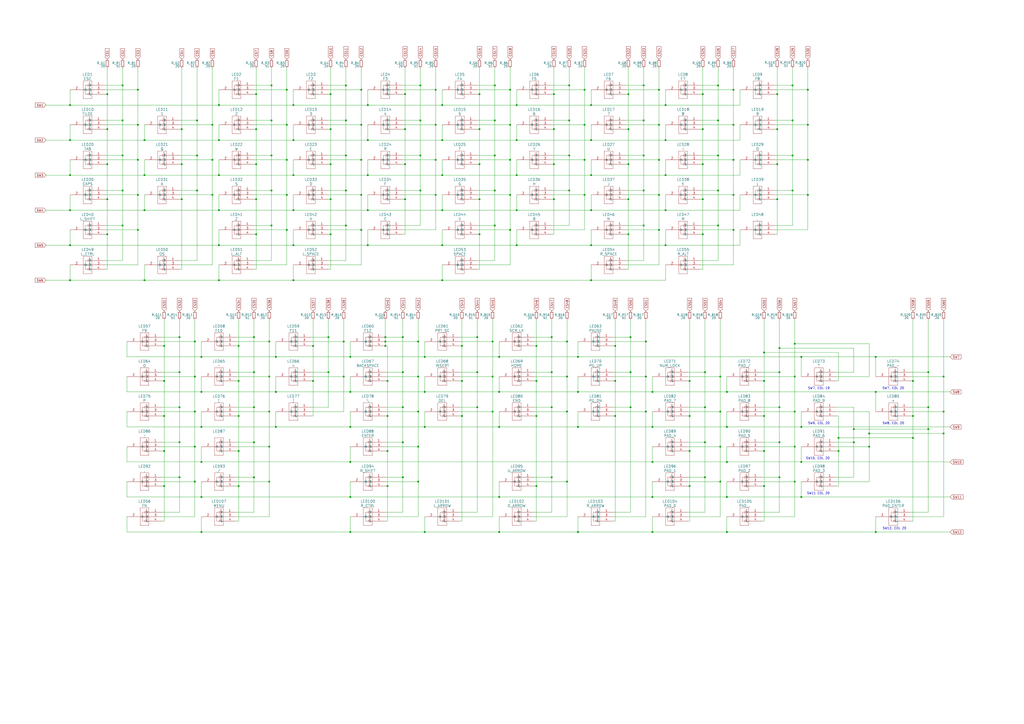
<source format=kicad_sch>
(kicad_sch (version 20230121) (generator eeschema)
  (paper "A2")
  (junction (at 71.12 110.49))
  (junction (at 213.36 101.6))
  (junction (at 224.79 241.3))
  (junction (at 529.59 220.98))
  (junction (at 127 60.96))
  (junction (at 127 101.6))
  (junction (at 203.2 227.33))
  (junction (at 160.02 207.01))
  (junction (at 335.28 227.33))
  (junction (at 234.95 95.25))
  (junction (at 299.72 142.24))
  (junction (at 364.49 74.93))
  (junction (at 166.37 92.71))
  (junction (at 342.9 60.96))
  (junction (at 461.01 218.44))
  (junction (at 209.55 52.07))
  (junction (at 417.83 238.76))
  (junction (at 339.09 52.07))
  (junction (at 138.43 220.98))
  (junction (at 386.08 81.28))
  (junction (at 62.23 95.25))
  (junction (at 267.97 220.98))
  (junction (at 200.66 49.53))
  (junction (at 170.18 142.24))
  (junction (at 365.76 236.22))
  (junction (at 127 81.28))
  (junction (at 408.94 256.54))
  (junction (at 425.45 52.07))
  (junction (at 123.19 113.03))
  (junction (at 156.21 238.76))
  (junction (at 461.01 279.4))
  (junction (at 62.23 135.89))
  (junction (at 328.93 198.12))
  (junction (at 147.32 236.22))
  (junction (at 374.65 238.76))
  (junction (at 83.82 121.92))
  (junction (at 224.79 261.62))
  (junction (at 138.43 281.94))
  (junction (at 209.55 133.35))
  (junction (at 339.09 72.39))
  (junction (at 40.64 142.24))
  (junction (at 252.73 52.07))
  (junction (at 138.43 261.62))
  (junction (at 373.38 69.85))
  (junction (at 62.23 74.93))
  (junction (at 342.9 142.24))
  (junction (at 256.54 81.28))
  (junction (at 114.3 69.85))
  (junction (at 127 142.24))
  (junction (at 364.49 115.57))
  (junction (at 116.84 227.33))
  (junction (at 243.84 90.17))
  (junction (at 373.38 110.49))
  (junction (at 80.01 133.35))
  (junction (at 156.21 279.4))
  (junction (at 468.63 52.07))
  (junction (at 170.18 101.6))
  (junction (at 278.13 135.89))
  (junction (at 278.13 115.57))
  (junction (at 378.46 227.33))
  (junction (at 71.12 69.85))
  (junction (at 508 207.01))
  (junction (at 468.63 72.39))
  (junction (at 223.52 195.58))
  (junction (at 452.12 276.86))
  (junction (at 407.67 135.89))
  (junction (at 421.64 227.33))
  (junction (at 278.13 95.25))
  (junction (at 40.64 101.6))
  (junction (at 95.25 261.62))
  (junction (at 276.86 195.58))
  (junction (at 486.41 261.62))
  (junction (at 330.2 49.53))
  (junction (at 213.36 81.28))
  (junction (at 417.83 218.44))
  (junction (at 203.2 308.61))
  (junction (at 408.94 276.86))
  (junction (at 295.91 52.07))
  (junction (at 285.75 218.44))
  (junction (at 213.36 60.96))
  (junction (at 335.28 247.65))
  (junction (at 256.54 121.92))
  (junction (at 95.25 220.98))
  (junction (at 276.86 236.22))
  (junction (at 170.18 81.28))
  (junction (at 321.31 95.25))
  (junction (at 443.23 241.3))
  (junction (at 311.15 281.94))
  (junction (at 224.79 220.98))
  (junction (at 160.02 227.33))
  (junction (at 147.32 195.58))
  (junction (at 382.27 92.71))
  (junction (at 104.14 215.9))
  (junction (at 295.91 92.71))
  (junction (at 191.77 135.89))
  (junction (at 80.01 52.07))
  (junction (at 181.61 220.98))
  (junction (at 104.14 236.22))
  (junction (at 234.95 115.57))
  (junction (at 342.9 101.6))
  (junction (at 95.25 200.66))
  (junction (at 378.46 267.97))
  (junction (at 234.95 74.93))
  (junction (at 461.01 259.08))
  (junction (at 461.01 199.39))
  (junction (at 199.39 198.12))
  (junction (at 242.57 198.12))
  (junction (at 116.84 308.61))
  (junction (at 295.91 72.39))
  (junction (at 224.79 281.94))
  (junction (at 223.52 198.12))
  (junction (at 147.32 276.86))
  (junction (at 246.38 247.65))
  (junction (at 320.04 195.58))
  (junction (at 203.2 207.01))
  (junction (at 335.28 308.61))
  (junction (at 425.45 92.71))
  (junction (at 321.31 54.61))
  (junction (at 364.49 135.89))
  (junction (at 170.18 162.56))
  (junction (at 113.03 238.76))
  (junction (at 538.48 215.9))
  (junction (at 113.03 259.08))
  (junction (at 285.75 198.12))
  (junction (at 342.9 121.92))
  (junction (at 529.59 241.3))
  (junction (at 459.74 110.49))
  (junction (at 356.87 200.66))
  (junction (at 209.55 72.39))
  (junction (at 95.25 241.3))
  (junction (at 127 121.92))
  (junction (at 374.65 218.44))
  (junction (at 170.18 60.96))
  (junction (at 400.05 220.98))
  (junction (at 408.94 215.9))
  (junction (at 114.3 90.17))
  (junction (at 147.32 256.54))
  (junction (at 417.83 259.08))
  (junction (at 166.37 113.03))
  (junction (at 157.48 130.81))
  (junction (at 443.23 220.98))
  (junction (at 378.46 288.29))
  (junction (at 342.9 162.56))
  (junction (at 252.73 92.71))
  (junction (at 40.64 121.92))
  (junction (at 114.3 110.49))
  (junction (at 203.2 247.65))
  (junction (at 148.59 115.57))
  (junction (at 200.66 69.85))
  (junction (at 407.67 54.61))
  (junction (at 123.19 92.71))
  (junction (at 116.84 288.29))
  (junction (at 378.46 308.61))
  (junction (at 83.82 101.6))
  (junction (at 330.2 69.85))
  (junction (at 203.2 267.97))
  (junction (at 242.57 279.4))
  (junction (at 191.77 54.61))
  (junction (at 468.63 113.03))
  (junction (at 287.02 130.81))
  (junction (at 209.55 92.71))
  (junction (at 71.12 90.17))
  (junction (at 464.82 288.29))
  (junction (at 113.03 218.44))
  (junction (at 157.48 69.85))
  (junction (at 156.21 198.12))
  (junction (at 382.27 133.35))
  (junction (at 166.37 72.39))
  (junction (at 330.2 110.49))
  (junction (at 365.76 215.9))
  (junction (at 287.02 69.85))
  (junction (at 295.91 133.35))
  (junction (at 421.64 308.61))
  (junction (at 416.56 49.53))
  (junction (at 321.31 74.93))
  (junction (at 450.85 115.57))
  (junction (at 242.57 238.76))
  (junction (at 267.97 200.66))
  (junction (at 104.14 195.58))
  (junction (at 421.64 288.29))
  (junction (at 200.66 110.49))
  (junction (at 289.56 247.65))
  (junction (at 547.37 251.46))
  (junction (at 320.04 236.22))
  (junction (at 417.83 279.4))
  (junction (at 538.48 236.22))
  (junction (at 40.64 162.56))
  (junction (at 443.23 204.47))
  (junction (at 382.27 52.07))
  (junction (at 421.64 247.65))
  (junction (at 243.84 49.53))
  (junction (at 443.23 261.62))
  (junction (at 400.05 281.94))
  (junction (at 252.73 113.03))
  (junction (at 223.52 200.66))
  (junction (at 278.13 74.93))
  (junction (at 374.65 198.12))
  (junction (at 299.72 101.6))
  (junction (at 200.66 90.17))
  (junction (at 464.82 207.01))
  (junction (at 199.39 218.44))
  (junction (at 62.23 54.61))
  (junction (at 233.68 256.54))
  (junction (at 287.02 90.17))
  (junction (at 450.85 74.93))
  (junction (at 256.54 142.24))
  (junction (at 157.48 110.49))
  (junction (at 339.09 92.71))
  (junction (at 299.72 81.28))
  (junction (at 421.64 267.97))
  (junction (at 209.55 113.03))
  (junction (at 233.68 195.58))
  (junction (at 267.97 241.3))
  (junction (at 104.14 256.54))
  (junction (at 80.01 92.71))
  (junction (at 311.15 241.3))
  (junction (at 299.72 121.92))
  (junction (at 289.56 207.01))
  (junction (at 495.3 256.54))
  (junction (at 425.45 113.03))
  (junction (at 242.57 259.08))
  (junction (at 461.01 238.76))
  (junction (at 203.2 288.29))
  (junction (at 191.77 115.57))
  (junction (at 233.68 215.9))
  (junction (at 256.54 101.6))
  (junction (at 356.87 220.98))
  (junction (at 452.12 236.22))
  (junction (at 373.38 130.81))
  (junction (at 246.38 207.01))
  (junction (at 386.08 101.6))
  (junction (at 321.31 115.57))
  (junction (at 242.57 218.44))
  (junction (at 382.27 113.03))
  (junction (at 83.82 81.28))
  (junction (at 328.93 218.44))
  (junction (at 416.56 130.81))
  (junction (at 148.59 135.89))
  (junction (at 80.01 113.03))
  (junction (at 400.05 261.62))
  (junction (at 104.14 276.86))
  (junction (at 342.9 81.28))
  (junction (at 330.2 90.17))
  (junction (at 246.38 308.61))
  (junction (at 147.32 215.9))
  (junction (at 157.48 49.53))
  (junction (at 328.93 279.4))
  (junction (at 213.36 142.24))
  (junction (at 95.25 281.94))
  (junction (at 529.59 254))
  (junction (at 443.23 281.94))
  (junction (at 504.19 259.08))
  (junction (at 278.13 54.61))
  (junction (at 71.12 49.53))
  (junction (at 181.61 200.66))
  (junction (at 40.64 81.28))
  (junction (at 407.67 115.57))
  (junction (at 287.02 110.49))
  (junction (at 320.04 276.86))
  (junction (at 40.64 60.96))
  (junction (at 234.95 54.61))
  (junction (at 416.56 110.49))
  (junction (at 127 162.56))
  (junction (at 256.54 60.96))
  (junction (at 416.56 90.17))
  (junction (at 468.63 92.71))
  (junction (at 113.03 198.12))
  (junction (at 320.04 215.9))
  (junction (at 289.56 308.61))
  (junction (at 62.23 115.57))
  (junction (at 459.74 49.53))
  (junction (at 364.49 54.61))
  (junction (at 166.37 52.07))
  (junction (at 71.12 130.81))
  (junction (at 508 308.61))
  (junction (at 400.05 241.3))
  (junction (at 386.08 142.24))
  (junction (at 148.59 74.93))
  (junction (at 105.41 95.25))
  (junction (at 425.45 133.35))
  (junction (at 378.46 247.65))
  (junction (at 157.48 90.17))
  (junction (at 190.5 215.9))
  (junction (at 311.15 200.66))
  (junction (at 464.82 247.65))
  (junction (at 138.43 241.3))
  (junction (at 285.75 238.76))
  (junction (at 243.84 69.85))
  (junction (at 311.15 220.98))
  (junction (at 335.28 207.01))
  (junction (at 190.5 195.58))
  (junction (at 116.84 267.97))
  (junction (at 116.84 247.65))
  (junction (at 287.02 49.53))
  (junction (at 508 227.33))
  (junction (at 339.09 113.03))
  (junction (at 547.37 238.76))
  (junction (at 138.43 200.66))
  (junction (at 289.56 227.33))
  (junction (at 252.73 72.39))
  (junction (at 452.12 215.9))
  (junction (at 256.54 162.56))
  (junction (at 246.38 227.33))
  (junction (at 407.67 74.93))
  (junction (at 356.87 241.3))
  (junction (at 407.67 95.25))
  (junction (at 191.77 74.93))
  (junction (at 450.85 95.25))
  (junction (at 452.12 256.54))
  (junction (at 364.49 95.25))
  (junction (at 464.82 267.97))
  (junction (at 328.93 238.76))
  (junction (at 191.77 95.25))
  (junction (at 80.01 72.39))
  (junction (at 452.12 201.93))
  (junction (at 148.59 95.25))
  (junction (at 365.76 195.58))
  (junction (at 373.38 49.53))
  (junction (at 233.68 276.86))
  (junction (at 495.3 248.92))
  (junction (at 459.74 90.17))
  (junction (at 200.66 130.81))
  (junction (at 504.19 251.46))
  (junction (at 299.72 60.96))
  (junction (at 166.37 133.35))
  (junction (at 123.19 72.39))
  (junction (at 386.08 60.96))
  (junction (at 289.56 288.29))
  (junction (at 156.21 259.08))
  (junction (at 156.21 218.44))
  (junction (at 105.41 115.57))
  (junction (at 386.08 121.92))
  (junction (at 486.41 254))
  (junction (at 459.74 69.85))
  (junction (at 276.86 215.9))
  (junction (at 148.59 54.61))
  (junction (at 408.94 236.22))
  (junction (at 243.84 110.49))
  (junction (at 233.68 236.22))
  (junction (at 295.91 113.03))
  (junction (at 425.45 72.39))
  (junction (at 170.18 121.92))
  (junction (at 160.02 247.65))
  (junction (at 113.03 279.4))
  (junction (at 83.82 162.56))
  (junction (at 116.84 207.01))
  (junction (at 382.27 72.39))
  (junction (at 213.36 121.92))
  (junction (at 416.56 69.85))
  (junction (at 373.38 90.17))
  (junction (at 450.85 54.61))
  (junction (at 105.41 74.93))
  (junction (at 547.37 218.44))
  (junction (at 538.48 248.92))
  (wire (pts (xy 137.16 281.94) (xy 138.43 281.94)))
  (wire (pts (xy 71.12 49.53) (xy 71.12 39.37)))
  (wire (pts (xy 147.32 133.35) (xy 166.37 133.35)))
  (wire (pts (xy 191.77 95.25) (xy 191.77 115.57)))
  (wire (pts (xy 295.91 52.07) (xy 295.91 39.37)))
  (wire (pts (xy 529.59 185.42) (xy 529.59 220.98)))
  (wire (pts (xy 127 142.24) (xy 170.18 142.24)))
  (wire (pts (xy 213.36 92.71) (xy 213.36 101.6)))
  (wire (pts (xy 190.5 135.89) (xy 191.77 135.89)))
  (wire (pts (xy 93.98 215.9) (xy 104.14 215.9)))
  (wire (pts (xy 266.7 218.44) (xy 285.75 218.44)))
  (wire (pts (xy 320.04 130.81) (xy 330.2 130.81)))
  (wire (pts (xy 190.5 115.57) (xy 191.77 115.57)))
  (wire (pts (xy 104.14 90.17) (xy 114.3 90.17)))
  (wire (pts (xy 289.56 279.4) (xy 289.56 288.29)))
  (wire (pts (xy 26.67 60.96) (xy 40.64 60.96)))
  (wire (pts (xy 190.5 153.67) (xy 209.55 153.67)))
  (wire (pts (xy 335.28 207.01) (xy 464.82 207.01)))
  (wire (pts (xy 508 227.33) (xy 551.18 227.33)))
  (wire (pts (xy 83.82 121.92) (xy 127 121.92)))
  (wire (pts (xy 156.21 279.4) (xy 156.21 299.72)))
  (wire (pts (xy 311.15 241.3) (xy 311.15 281.94)))
  (wire (pts (xy 452.12 256.54) (xy 452.12 276.86)))
  (wire (pts (xy 449.58 110.49) (xy 459.74 110.49)))
  (wire (pts (xy 62.23 95.25) (xy 62.23 115.57)))
  (wire (pts (xy 309.88 276.86) (xy 320.04 276.86)))
  (wire (pts (xy 180.34 220.98) (xy 181.61 220.98)))
  (wire (pts (xy 363.22 110.49) (xy 373.38 110.49)))
  (wire (pts (xy 190.5 52.07) (xy 209.55 52.07)))
  (wire (pts (xy 170.18 72.39) (xy 170.18 81.28)))
  (wire (pts (xy 398.78 236.22) (xy 408.94 236.22)))
  (wire (pts (xy 320.04 236.22) (xy 320.04 276.86)))
  (wire (pts (xy 406.4 156.21) (xy 407.67 156.21)))
  (wire (pts (xy 342.9 142.24) (xy 386.08 142.24)))
  (wire (pts (xy 299.72 101.6) (xy 342.9 101.6)))
  (wire (pts (xy 233.68 195.58) (xy 233.68 215.9)))
  (wire (pts (xy 233.68 72.39) (xy 252.73 72.39)))
  (wire (pts (xy 441.96 218.44) (xy 461.01 218.44)))
  (wire (pts (xy 398.78 302.26) (xy 400.05 302.26)))
  (wire (pts (xy 114.3 90.17) (xy 114.3 110.49)))
  (wire (pts (xy 528.32 218.44) (xy 547.37 218.44)))
  (wire (pts (xy 335.28 227.33) (xy 378.46 227.33)))
  (wire (pts (xy 449.58 69.85) (xy 459.74 69.85)))
  (wire (pts (xy 461.01 259.08) (xy 461.01 279.4)))
  (wire (pts (xy 223.52 299.72) (xy 242.57 299.72)))
  (wire (pts (xy 80.01 92.71) (xy 80.01 113.03)))
  (wire (pts (xy 309.88 279.4) (xy 328.93 279.4)))
  (wire (pts (xy 425.45 52.07) (xy 425.45 72.39)))
  (wire (pts (xy 233.68 215.9) (xy 233.68 236.22)))
  (wire (pts (xy 157.48 49.53) (xy 157.48 39.37)))
  (wire (pts (xy 443.23 185.42) (xy 443.23 204.47)))
  (wire (pts (xy 330.2 110.49) (xy 330.2 130.81)))
  (wire (pts (xy 400.05 220.98) (xy 400.05 241.3)))
  (wire (pts (xy 355.6 302.26) (xy 356.87 302.26)))
  (wire (pts (xy 495.3 256.54) (xy 495.3 276.86)))
  (wire (pts (xy 342.9 113.03) (xy 342.9 121.92)))
  (wire (pts (xy 62.23 54.61) (xy 62.23 39.37)))
  (wire (pts (xy 450.85 95.25) (xy 450.85 115.57)))
  (wire (pts (xy 374.65 198.12) (xy 374.65 218.44)))
  (wire (pts (xy 374.65 238.76) (xy 374.65 299.72)))
  (wire (pts (xy 386.08 113.03) (xy 386.08 121.92)))
  (wire (pts (xy 147.32 153.67) (xy 166.37 153.67)))
  (wire (pts (xy 147.32 115.57) (xy 148.59 115.57)))
  (wire (pts (xy 242.57 198.12) (xy 242.57 218.44)))
  (wire (pts (xy 95.25 261.62) (xy 95.25 281.94)))
  (wire (pts (xy 233.68 195.58) (xy 233.68 185.42)))
  (wire (pts (xy 364.49 74.93) (xy 364.49 95.25)))
  (wire (pts (xy 40.64 162.56) (xy 83.82 162.56)))
  (wire (pts (xy 452.12 236.22) (xy 452.12 256.54)))
  (wire (pts (xy 243.84 49.53) (xy 243.84 39.37)))
  (wire (pts (xy 320.04 133.35) (xy 339.09 133.35)))
  (wire (pts (xy 80.01 52.07) (xy 80.01 72.39)))
  (wire (pts (xy 378.46 299.72) (xy 378.46 308.61)))
  (wire (pts (xy 233.68 49.53) (xy 243.84 49.53)))
  (wire (pts (xy 443.23 261.62) (xy 443.23 281.94)))
  (wire (pts (xy 223.52 200.66) (xy 224.79 200.66)))
  (wire (pts (xy 266.7 299.72) (xy 285.75 299.72)))
  (wire (pts (xy 278.13 54.61) (xy 278.13 39.37)))
  (wire (pts (xy 320.04 110.49) (xy 330.2 110.49)))
  (wire (pts (xy 441.96 299.72) (xy 461.01 299.72)))
  (wire (pts (xy 223.52 180.34) (xy 224.79 180.34)))
  (wire (pts (xy 180.34 218.44) (xy 199.39 218.44)))
  (wire (pts (xy 398.78 259.08) (xy 417.83 259.08)))
  (wire (pts (xy 464.82 247.65) (xy 551.18 247.65)))
  (wire (pts (xy 547.37 218.44) (xy 547.37 238.76)))
  (wire (pts (xy 441.96 279.4) (xy 461.01 279.4)))
  (wire (pts (xy 449.58 135.89) (xy 450.85 135.89)))
  (wire (pts (xy 464.82 288.29) (xy 551.18 288.29)))
  (wire (pts (xy 266.7 200.66) (xy 267.97 200.66)))
  (wire (pts (xy 373.38 110.49) (xy 373.38 130.81)))
  (wire (pts (xy 276.86 74.93) (xy 278.13 74.93)))
  (wire (pts (xy 508 299.72) (xy 508 308.61)))
  (wire (pts (xy 147.32 256.54) (xy 147.32 276.86)))
  (wire (pts (xy 40.64 153.67) (xy 40.64 162.56)))
  (wire (pts (xy 450.85 54.61) (xy 450.85 74.93)))
  (wire (pts (xy 398.78 297.18) (xy 408.94 297.18)))
  (wire (pts (xy 425.45 92.71) (xy 425.45 113.03)))
  (wire (pts (xy 287.02 110.49) (xy 287.02 130.81)))
  (wire (pts (xy 421.64 259.08) (xy 421.64 267.97)))
  (wire (pts (xy 495.3 236.22) (xy 495.3 248.92)))
  (wire (pts (xy 104.14 195.58) (xy 104.14 215.9)))
  (wire (pts (xy 147.32 92.71) (xy 166.37 92.71)))
  (wire (pts (xy 223.52 297.18) (xy 233.68 297.18)))
  (wire (pts (xy 335.28 247.65) (xy 378.46 247.65)))
  (wire (pts (xy 287.02 69.85) (xy 287.02 90.17)))
  (wire (pts (xy 256.54 153.67) (xy 256.54 162.56)))
  (wire (pts (xy 148.59 74.93) (xy 148.59 95.25)))
  (wire (pts (xy 113.03 279.4) (xy 113.03 299.72)))
  (wire (pts (xy 60.96 113.03) (xy 80.01 113.03)))
  (wire (pts (xy 62.23 115.57) (xy 62.23 135.89)))
  (wire (pts (xy 452.12 185.42) (xy 452.12 201.93)))
  (wire (pts (xy 485.14 238.76) (xy 504.19 238.76)))
  (wire (pts (xy 104.14 92.71) (xy 123.19 92.71)))
  (wire (pts (xy 406.4 130.81) (xy 416.56 130.81)))
  (wire (pts (xy 137.16 302.26) (xy 138.43 302.26)))
  (wire (pts (xy 342.9 101.6) (xy 386.08 101.6)))
  (wire (pts (xy 355.6 238.76) (xy 374.65 238.76)))
  (wire (pts (xy 105.41 74.93) (xy 105.41 95.25)))
  (wire (pts (xy 256.54 121.92) (xy 299.72 121.92)))
  (wire (pts (xy 191.77 74.93) (xy 191.77 95.25)))
  (wire (pts (xy 191.77 115.57) (xy 191.77 135.89)))
  (wire (pts (xy 242.57 259.08) (xy 242.57 279.4)))
  (wire (pts (xy 199.39 218.44) (xy 199.39 238.76)))
  (wire (pts (xy 256.54 101.6) (xy 299.72 101.6)))
  (wire (pts (xy 200.66 90.17) (xy 200.66 110.49)))
  (wire (pts (xy 104.14 195.58) (xy 104.14 185.42)))
  (wire (pts (xy 365.76 195.58) (xy 365.76 185.42)))
  (wire (pts (xy 441.96 215.9) (xy 452.12 215.9)))
  (wire (pts (xy 486.41 204.47) (xy 443.23 204.47)))
  (wire (pts (xy 93.98 276.86) (xy 104.14 276.86)))
  (wire (pts (xy 190.5 49.53) (xy 200.66 49.53)))
  (wire (pts (xy 190.5 95.25) (xy 191.77 95.25)))
  (wire (pts (xy 60.96 49.53) (xy 71.12 49.53)))
  (wire (pts (xy 276.86 49.53) (xy 287.02 49.53)))
  (wire (pts (xy 116.84 198.12) (xy 116.84 207.01)))
  (wire (pts (xy 378.46 259.08) (xy 378.46 267.97)))
  (wire (pts (xy 299.72 60.96) (xy 342.9 60.96)))
  (wire (pts (xy 26.67 101.6) (xy 40.64 101.6)))
  (wire (pts (xy 71.12 90.17) (xy 71.12 110.49)))
  (wire (pts (xy 209.55 52.07) (xy 209.55 72.39)))
  (wire (pts (xy 60.96 69.85) (xy 71.12 69.85)))
  (wire (pts (xy 166.37 133.35) (xy 166.37 153.67)))
  (wire (pts (xy 508 207.01) (xy 551.18 207.01)))
  (wire (pts (xy 398.78 299.72) (xy 417.83 299.72)))
  (wire (pts (xy 364.49 115.57) (xy 364.49 135.89)))
  (wire (pts (xy 378.46 267.97) (xy 421.64 267.97)))
  (wire (pts (xy 464.82 207.01) (xy 464.82 218.44)))
  (wire (pts (xy 285.75 198.12) (xy 285.75 185.42)))
  (wire (pts (xy 309.88 299.72) (xy 328.93 299.72)))
  (wire (pts (xy 464.82 259.08) (xy 464.82 267.97)))
  (wire (pts (xy 170.18 153.67) (xy 170.18 162.56)))
  (wire (pts (xy 321.31 54.61) (xy 321.31 39.37)))
  (wire (pts (xy 342.9 162.56) (xy 386.08 162.56)))
  (wire (pts (xy 320.04 195.58) (xy 320.04 215.9)))
  (wire (pts (xy 320.04 74.93) (xy 321.31 74.93)))
  (wire (pts (xy 528.32 241.3) (xy 529.59 241.3)))
  (wire (pts (xy 485.14 259.08) (xy 504.19 259.08)))
  (wire (pts (xy 276.86 153.67) (xy 295.91 153.67)))
  (wire (pts (xy 449.58 74.93) (xy 450.85 74.93)))
  (wire (pts (xy 363.22 135.89) (xy 364.49 135.89)))
  (wire (pts (xy 330.2 69.85) (xy 330.2 90.17)))
  (wire (pts (xy 386.08 52.07) (xy 386.08 60.96)))
  (wire (pts (xy 233.68 113.03) (xy 252.73 113.03)))
  (wire (pts (xy 406.4 110.49) (xy 416.56 110.49)))
  (wire (pts (xy 266.7 220.98) (xy 267.97 220.98)))
  (wire (pts (xy 289.56 299.72) (xy 289.56 308.61)))
  (wire (pts (xy 299.72 81.28) (xy 342.9 81.28)))
  (wire (pts (xy 116.84 247.65) (xy 160.02 247.65)))
  (wire (pts (xy 213.36 101.6) (xy 256.54 101.6)))
  (wire (pts (xy 408.94 276.86) (xy 408.94 297.18)))
  (wire (pts (xy 276.86 95.25) (xy 278.13 95.25)))
  (wire (pts (xy 363.22 95.25) (xy 364.49 95.25)))
  (wire (pts (xy 386.08 81.28) (xy 429.26 81.28)))
  (wire (pts (xy 252.73 52.07) (xy 252.73 39.37)))
  (wire (pts (xy 233.68 92.71) (xy 252.73 92.71)))
  (wire (pts (xy 299.72 142.24) (xy 342.9 142.24)))
  (wire (pts (xy 538.48 236.22) (xy 538.48 248.92)))
  (wire (pts (xy 528.32 236.22) (xy 538.48 236.22)))
  (wire (pts (xy 356.87 200.66) (xy 356.87 220.98)))
  (wire (pts (xy 320.04 49.53) (xy 330.2 49.53)))
  (wire (pts (xy 170.18 142.24) (xy 213.36 142.24)))
  (wire (pts (xy 223.52 218.44) (xy 242.57 218.44)))
  (wire (pts (xy 113.03 198.12) (xy 113.03 218.44)))
  (wire (pts (xy 224.79 241.3) (xy 224.79 261.62)))
  (wire (pts (xy 252.73 52.07) (xy 252.73 72.39)))
  (wire (pts (xy 374.65 218.44) (xy 374.65 238.76)))
  (wire (pts (xy 309.88 241.3) (xy 311.15 241.3)))
  (wire (pts (xy 95.25 200.66) (xy 95.25 185.42)))
  (wire (pts (xy 137.16 238.76) (xy 156.21 238.76)))
  (wire (pts (xy 127 153.67) (xy 127 162.56)))
  (wire (pts (xy 127 92.71) (xy 127 101.6)))
  (wire (pts (xy 321.31 115.57) (xy 321.31 135.89)))
  (wire (pts (xy 60.96 115.57) (xy 62.23 115.57)))
  (wire (pts (xy 335.28 238.76) (xy 335.28 247.65)))
  (wire (pts (xy 443.23 204.47) (xy 443.23 220.98)))
  (wire (pts (xy 93.98 256.54) (xy 104.14 256.54)))
  (wire (pts (xy 80.01 72.39) (xy 80.01 92.71)))
  (wire (pts (xy 398.78 218.44) (xy 417.83 218.44)))
  (wire (pts (xy 335.28 308.61) (xy 378.46 308.61)))
  (wire (pts (xy 289.56 227.33) (xy 335.28 227.33)))
  (wire (pts (xy 528.32 299.72) (xy 547.37 299.72)))
  (wire (pts (xy 276.86 151.13) (xy 287.02 151.13)))
  (wire (pts (xy 321.31 54.61) (xy 321.31 74.93)))
  (wire (pts (xy 276.86 130.81) (xy 287.02 130.81)))
  (wire (pts (xy 104.14 74.93) (xy 105.41 74.93)))
  (wire (pts (xy 408.94 236.22) (xy 408.94 256.54)))
  (wire (pts (xy 243.84 90.17) (xy 243.84 110.49)))
  (wire (pts (xy 62.23 135.89) (xy 62.23 156.21)))
  (wire (pts (xy 364.49 54.61) (xy 364.49 39.37)))
  (wire (pts (xy 421.64 288.29) (xy 464.82 288.29)))
  (wire (pts (xy 223.52 236.22) (xy 233.68 236.22)))
  (wire (pts (xy 200.66 49.53) (xy 200.66 69.85)))
  (wire (pts (xy 407.67 135.89) (xy 407.67 156.21)))
  (wire (pts (xy 328.93 218.44) (xy 328.93 238.76)))
  (wire (pts (xy 181.61 200.66) (xy 181.61 185.42)))
  (wire (pts (xy 464.82 207.01) (xy 508 207.01)))
  (wire (pts (xy 233.68 74.93) (xy 234.95 74.93)))
  (wire (pts (xy 547.37 251.46) (xy 547.37 299.72)))
  (wire (pts (xy 407.67 115.57) (xy 407.67 135.89)))
  (wire (pts (xy 276.86 92.71) (xy 295.91 92.71)))
  (wire (pts (xy 386.08 101.6) (xy 429.26 101.6)))
  (wire (pts (xy 363.22 113.03) (xy 382.27 113.03)))
  (wire (pts (xy 278.13 115.57) (xy 278.13 135.89)))
  (wire (pts (xy 289.56 247.65) (xy 335.28 247.65)))
  (wire (pts (xy 256.54 133.35) (xy 256.54 142.24)))
  (wire (pts (xy 485.14 220.98) (xy 486.41 220.98)))
  (wire (pts (xy 335.28 218.44) (xy 335.28 227.33)))
  (wire (pts (xy 407.67 95.25) (xy 407.67 115.57)))
  (wire (pts (xy 406.4 92.71) (xy 425.45 92.71)))
  (wire (pts (xy 452.12 276.86) (xy 452.12 297.18)))
  (wire (pts (xy 449.58 49.53) (xy 459.74 49.53)))
  (wire (pts (xy 355.6 241.3) (xy 356.87 241.3)))
  (wire (pts (xy 233.68 133.35) (xy 252.73 133.35)))
  (wire (pts (xy 485.14 261.62) (xy 486.41 261.62)))
  (wire (pts (xy 233.68 69.85) (xy 243.84 69.85)))
  (wire (pts (xy 170.18 60.96) (xy 213.36 60.96)))
  (wire (pts (xy 223.52 261.62) (xy 224.79 261.62)))
  (wire (pts (xy 223.52 276.86) (xy 233.68 276.86)))
  (wire (pts (xy 104.14 110.49) (xy 114.3 110.49)))
  (wire (pts (xy 311.15 281.94) (xy 311.15 302.26)))
  (wire (pts (xy 191.77 54.61) (xy 191.77 39.37)))
  (wire (pts (xy 363.22 151.13) (xy 373.38 151.13)))
  (wire (pts (xy 170.18 81.28) (xy 213.36 81.28)))
  (wire (pts (xy 138.43 200.66) (xy 138.43 185.42)))
  (wire (pts (xy 328.93 238.76) (xy 328.93 279.4)))
  (wire (pts (xy 203.2 288.29) (xy 289.56 288.29)))
  (wire (pts (xy 287.02 49.53) (xy 287.02 39.37)))
  (wire (pts (xy 213.36 113.03) (xy 213.36 121.92)))
  (wire (pts (xy 170.18 52.07) (xy 170.18 60.96)))
  (wire (pts (xy 93.98 241.3) (xy 95.25 241.3)))
  (wire (pts (xy 495.3 201.93) (xy 495.3 215.9)))
  (wire (pts (xy 406.4 90.17) (xy 416.56 90.17)))
  (wire (pts (xy 60.96 153.67) (xy 80.01 153.67)))
  (wire (pts (xy 421.64 218.44) (xy 421.64 227.33)))
  (wire (pts (xy 73.66 259.08) (xy 73.66 267.97)))
  (wire (pts (xy 342.9 121.92) (xy 386.08 121.92)))
  (wire (pts (xy 485.14 276.86) (xy 495.3 276.86)))
  (wire (pts (xy 116.84 259.08) (xy 116.84 267.97)))
  (wire (pts (xy 528.32 220.98) (xy 529.59 220.98)))
  (wire (pts (xy 156.21 238.76) (xy 156.21 259.08)))
  (wire (pts (xy 246.38 227.33) (xy 289.56 227.33)))
  (wire (pts (xy 363.22 92.71) (xy 382.27 92.71)))
  (wire (pts (xy 60.96 95.25) (xy 62.23 95.25)))
  (wire (pts (xy 278.13 135.89) (xy 278.13 156.21)))
  (wire (pts (xy 137.16 220.98) (xy 138.43 220.98)))
  (wire (pts (xy 137.16 236.22) (xy 147.32 236.22)))
  (wire (pts (xy 504.19 199.39) (xy 461.01 199.39)))
  (wire (pts (xy 320.04 276.86) (xy 320.04 297.18)))
  (wire (pts (xy 223.52 302.26) (xy 224.79 302.26)))
  (wire (pts (xy 71.12 110.49) (xy 71.12 130.81)))
  (wire (pts (xy 40.64 92.71) (xy 40.64 101.6)))
  (wire (pts (xy 295.91 72.39) (xy 295.91 92.71)))
  (wire (pts (xy 40.64 121.92) (xy 83.82 121.92)))
  (wire (pts (xy 461.01 279.4) (xy 461.01 299.72)))
  (wire (pts (xy 200.66 130.81) (xy 200.66 151.13)))
  (wire (pts (xy 116.84 279.4) (xy 116.84 288.29)))
  (wire (pts (xy 486.41 254) (xy 529.59 254)))
  (wire (pts (xy 342.9 92.71) (xy 342.9 101.6)))
  (wire (pts (xy 213.36 121.92) (xy 256.54 121.92)))
  (wire (pts (xy 242.57 198.12) (xy 242.57 185.42)))
  (wire (pts (xy 104.14 215.9) (xy 104.14 236.22)))
  (wire (pts (xy 339.09 72.39) (xy 339.09 92.71)))
  (wire (pts (xy 299.72 72.39) (xy 299.72 81.28)))
  (wire (pts (xy 73.66 299.72) (xy 73.66 308.61)))
  (wire (pts (xy 203.2 267.97) (xy 378.46 267.97)))
  (wire (pts (xy 223.52 238.76) (xy 242.57 238.76)))
  (wire (pts (xy 421.64 247.65) (xy 464.82 247.65)))
  (wire (pts (xy 80.01 133.35) (xy 80.01 153.67)))
  (wire (pts (xy 330.2 49.53) (xy 330.2 39.37)))
  (wire (pts (xy 147.32 52.07) (xy 166.37 52.07)))
  (wire (pts (xy 137.16 198.12) (xy 156.21 198.12)))
  (wire (pts (xy 311.15 220.98) (xy 311.15 241.3)))
  (wire (pts (xy 408.94 256.54) (xy 408.94 276.86)))
  (wire (pts (xy 378.46 288.29) (xy 421.64 288.29)))
  (wire (pts (xy 461.01 199.39) (xy 461.01 218.44)))
  (wire (pts (xy 93.98 200.66) (xy 95.25 200.66)))
  (wire (pts (xy 378.46 308.61) (xy 421.64 308.61)))
  (wire (pts (xy 170.18 113.03) (xy 170.18 121.92)))
  (wire (pts (xy 468.63 72.39) (xy 468.63 92.71)))
  (wire (pts (xy 373.38 49.53) (xy 373.38 69.85)))
  (wire (pts (xy 170.18 133.35) (xy 170.18 142.24)))
  (wire (pts (xy 421.64 308.61) (xy 508 308.61)))
  (wire (pts (xy 160.02 207.01) (xy 203.2 207.01)))
  (wire (pts (xy 93.98 297.18) (xy 104.14 297.18)))
  (wire (pts (xy 382.27 113.03) (xy 382.27 133.35)))
  (wire (pts (xy 528.32 238.76) (xy 547.37 238.76)))
  (wire (pts (xy 485.14 236.22) (xy 495.3 236.22)))
  (wire (pts (xy 213.36 52.07) (xy 213.36 60.96)))
  (wire (pts (xy 83.82 92.71) (xy 83.82 101.6)))
  (wire (pts (xy 443.23 241.3) (xy 443.23 261.62)))
  (wire (pts (xy 421.64 279.4) (xy 421.64 288.29)))
  (wire (pts (xy 355.6 236.22) (xy 365.76 236.22)))
  (wire (pts (xy 83.82 113.03) (xy 83.82 121.92)))
  (wire (pts (xy 355.6 198.12) (xy 374.65 198.12)))
  (wire (pts (xy 398.78 238.76) (xy 417.83 238.76)))
  (wire (pts (xy 60.96 135.89) (xy 62.23 135.89)))
  (wire (pts (xy 461.01 218.44) (xy 461.01 238.76)))
  (wire (pts (xy 363.22 54.61) (xy 364.49 54.61)))
  (wire (pts (xy 363.22 156.21) (xy 364.49 156.21)))
  (wire (pts (xy 160.02 218.44) (xy 160.02 227.33)))
  (wire (pts (xy 342.9 60.96) (xy 386.08 60.96)))
  (wire (pts (xy 295.91 133.35) (xy 295.91 153.67)))
  (wire (pts (xy 363.22 153.67) (xy 382.27 153.67)))
  (wire (pts (xy 156.21 218.44) (xy 156.21 238.76)))
  (wire (pts (xy 190.5 72.39) (xy 209.55 72.39)))
  (wire (pts (xy 287.02 130.81) (xy 287.02 151.13)))
  (wire (pts (xy 116.84 238.76) (xy 116.84 247.65)))
  (wire (pts (xy 148.59 54.61) (xy 148.59 39.37)))
  (wire (pts (xy 398.78 276.86) (xy 408.94 276.86)))
  (wire (pts (xy 246.38 308.61) (xy 289.56 308.61)))
  (wire (pts (xy 104.14 151.13) (xy 114.3 151.13)))
  (wire (pts (xy 147.32 90.17) (xy 157.48 90.17)))
  (wire (pts (xy 83.82 101.6) (xy 127 101.6)))
  (wire (pts (xy 252.73 92.71) (xy 252.73 113.03)))
  (wire (pts (xy 449.58 90.17) (xy 459.74 90.17)))
  (wire (pts (xy 408.94 185.42) (xy 408.94 215.9)))
  (wire (pts (xy 93.98 259.08) (xy 113.03 259.08)))
  (wire (pts (xy 137.16 261.62) (xy 138.43 261.62)))
  (wire (pts (xy 441.96 259.08) (xy 461.01 259.08)))
  (wire (pts (xy 105.41 115.57) (xy 105.41 156.21)))
  (wire (pts (xy 166.37 52.07) (xy 166.37 39.37)))
  (wire (pts (xy 180.34 241.3) (xy 181.61 241.3)))
  (wire (pts (xy 464.82 238.76) (xy 464.82 247.65)))
  (wire (pts (xy 309.88 220.98) (xy 311.15 220.98)))
  (wire (pts (xy 382.27 92.71) (xy 382.27 113.03)))
  (wire (pts (xy 289.56 198.12) (xy 289.56 207.01)))
  (wire (pts (xy 213.36 60.96) (xy 256.54 60.96)))
  (wire (pts (xy 485.14 241.3) (xy 486.41 241.3)))
  (wire (pts (xy 138.43 261.62) (xy 138.43 281.94)))
  (wire (pts (xy 459.74 49.53) (xy 459.74 39.37)))
  (wire (pts (xy 213.36 142.24) (xy 256.54 142.24)))
  (wire (pts (xy 299.72 92.71) (xy 299.72 101.6)))
  (wire (pts (xy 416.56 69.85) (xy 416.56 90.17)))
  (wire (pts (xy 276.86 236.22) (xy 276.86 297.18)))
  (wire (pts (xy 320.04 135.89) (xy 321.31 135.89)))
  (wire (pts (xy 406.4 54.61) (xy 407.67 54.61)))
  (wire (pts (xy 80.01 52.07) (xy 80.01 39.37)))
  (wire (pts (xy 441.96 241.3) (xy 443.23 241.3)))
  (wire (pts (xy 147.32 54.61) (xy 148.59 54.61)))
  (wire (pts (xy 105.41 95.25) (xy 105.41 115.57)))
  (wire (pts (xy 363.22 49.53) (xy 373.38 49.53)))
  (wire (pts (xy 449.58 92.71) (xy 468.63 92.71)))
  (wire (pts (xy 73.66 207.01) (xy 116.84 207.01)))
  (wire (pts (xy 417.83 218.44) (xy 417.83 238.76)))
  (wire (pts (xy 421.64 227.33) (xy 508 227.33)))
  (wire (pts (xy 485.14 218.44) (xy 504.19 218.44)))
  (wire (pts (xy 328.93 198.12) (xy 328.93 218.44)))
  (wire (pts (xy 276.86 54.61) (xy 278.13 54.61)))
  (wire (pts (xy 116.84 299.72) (xy 116.84 308.61)))
  (wire (pts (xy 223.52 198.12) (xy 242.57 198.12)))
  (wire (pts (xy 416.56 49.53) (xy 416.56 39.37)))
  (wire (pts (xy 365.76 195.58) (xy 365.76 215.9)))
  (wire (pts (xy 429.26 72.39) (xy 429.26 81.28)))
  (wire (pts (xy 355.6 218.44) (xy 374.65 218.44)))
  (wire (pts (xy 26.67 162.56) (xy 40.64 162.56)))
  (wire (pts (xy 93.98 195.58) (xy 104.14 195.58)))
  (wire (pts (xy 276.86 135.89) (xy 278.13 135.89)))
  (wire (pts (xy 449.58 52.07) (xy 468.63 52.07)))
  (wire (pts (xy 386.08 60.96) (xy 429.26 60.96)))
  (wire (pts (xy 398.78 279.4) (xy 417.83 279.4)))
  (wire (pts (xy 266.7 236.22) (xy 276.86 236.22)))
  (wire (pts (xy 285.75 238.76) (xy 285.75 299.72)))
  (wire (pts (xy 398.78 261.62) (xy 400.05 261.62)))
  (wire (pts (xy 224.79 220.98) (xy 224.79 241.3)))
  (wire (pts (xy 266.7 195.58) (xy 276.86 195.58)))
  (wire (pts (xy 60.96 54.61) (xy 62.23 54.61)))
  (wire (pts (xy 407.67 74.93) (xy 407.67 95.25)))
  (wire (pts (xy 508 308.61) (xy 551.18 308.61)))
  (wire (pts (xy 452.12 215.9) (xy 452.12 236.22)))
  (wire (pts (xy 461.01 185.42) (xy 461.01 199.39)))
  (wire (pts (xy 93.98 261.62) (xy 95.25 261.62)))
  (wire (pts (xy 267.97 200.66) (xy 267.97 220.98)))
  (wire (pts (xy 62.23 74.93) (xy 62.23 95.25)))
  (wire (pts (xy 398.78 256.54) (xy 408.94 256.54)))
  (wire (pts (xy 113.03 198.12) (xy 113.03 185.42)))
  (wire (pts (xy 114.3 39.37) (xy 114.3 69.85)))
  (wire (pts (xy 441.96 256.54) (xy 452.12 256.54)))
  (wire (pts (xy 287.02 49.53) (xy 287.02 69.85)))
  (wire (pts (xy 93.98 279.4) (xy 113.03 279.4)))
  (wire (pts (xy 137.16 241.3) (xy 138.43 241.3)))
  (wire (pts (xy 147.32 156.21) (xy 148.59 156.21)))
  (wire (pts (xy 256.54 72.39) (xy 256.54 81.28)))
  (wire (pts (xy 266.7 198.12) (xy 285.75 198.12)))
  (wire (pts (xy 104.14 95.25) (xy 105.41 95.25)))
  (wire (pts (xy 406.4 49.53) (xy 416.56 49.53)))
  (wire (pts (xy 127 113.03) (xy 127 121.92)))
  (wire (pts (xy 223.52 200.66) (xy 223.52 198.12)))
  (wire (pts (xy 328.93 198.12) (xy 328.93 185.42)))
  (wire (pts (xy 234.95 115.57) (xy 234.95 135.89)))
  (wire (pts (xy 127 133.35) (xy 127 142.24)))
  (wire (pts (xy 123.19 92.71) (xy 123.19 113.03)))
  (wire (pts (xy 386.08 72.39) (xy 386.08 81.28)))
  (wire (pts (xy 309.88 198.12) (xy 328.93 198.12)))
  (wire (pts (xy 60.96 130.81) (xy 71.12 130.81)))
  (wire (pts (xy 441.96 220.98) (xy 443.23 220.98)))
  (wire (pts (xy 60.96 74.93) (xy 62.23 74.93)))
  (wire (pts (xy 339.09 52.07) (xy 339.09 39.37)))
  (wire (pts (xy 127 162.56) (xy 170.18 162.56)))
  (wire (pts (xy 157.48 69.85) (xy 157.48 90.17)))
  (wire (pts (xy 547.37 238.76) (xy 547.37 251.46)))
  (wire (pts (xy 287.02 90.17) (xy 287.02 110.49)))
  (wire (pts (xy 246.38 238.76) (xy 246.38 247.65)))
  (wire (pts (xy 104.14 153.67) (xy 123.19 153.67)))
  (wire (pts (xy 83.82 153.67) (xy 83.82 162.56)))
  (wire (pts (xy 342.9 72.39) (xy 342.9 81.28)))
  (wire (pts (xy 342.9 52.07) (xy 342.9 60.96)))
  (wire (pts (xy 191.77 135.89) (xy 191.77 156.21)))
  (wire (pts (xy 378.46 218.44) (xy 378.46 227.33)))
  (wire (pts (xy 299.72 133.35) (xy 299.72 142.24)))
  (wire (pts (xy 504.19 251.46) (xy 547.37 251.46)))
  (wire (pts (xy 246.38 247.65) (xy 289.56 247.65)))
  (wire (pts (xy 138.43 241.3) (xy 138.43 261.62)))
  (wire (pts (xy 256.54 162.56) (xy 342.9 162.56)))
  (wire (pts (xy 400.05 241.3) (xy 400.05 261.62)))
  (wire (pts (xy 234.95 74.93) (xy 234.95 95.25)))
  (wire (pts (xy 276.86 90.17) (xy 287.02 90.17)))
  (wire (pts (xy 320.04 72.39) (xy 339.09 72.39)))
  (wire (pts (xy 449.58 133.35) (xy 468.63 133.35)))
  (wire (pts (xy 398.78 241.3) (xy 400.05 241.3)))
  (wire (pts (xy 147.32 195.58) (xy 147.32 185.42)))
  (wire (pts (xy 309.88 297.18) (xy 320.04 297.18)))
  (wire (pts (xy 116.84 218.44) (xy 116.84 227.33)))
  (wire (pts (xy 200.66 49.53) (xy 200.66 39.37)))
  (wire (pts (xy 147.32 215.9) (xy 147.32 236.22)))
  (wire (pts (xy 528.32 215.9) (xy 538.48 215.9)))
  (wire (pts (xy 443.23 220.98) (xy 443.23 241.3)))
  (wire (pts (xy 416.56 49.53) (xy 416.56 69.85)))
  (wire (pts (xy 40.64 60.96) (xy 127 60.96)))
  (wire (pts (xy 408.94 215.9) (xy 408.94 236.22)))
  (wire (pts (xy 267.97 241.3) (xy 267.97 302.26)))
  (wire (pts (xy 421.64 299.72) (xy 421.64 308.61)))
  (wire (pts (xy 295.91 113.03) (xy 295.91 133.35)))
  (wire (pts (xy 425.45 113.03) (xy 425.45 133.35)))
  (wire (pts (xy 137.16 195.58) (xy 147.32 195.58)))
  (wire (pts (xy 364.49 54.61) (xy 364.49 74.93)))
  (wire (pts (xy 529.59 220.98) (xy 529.59 241.3)))
  (wire (pts (xy 330.2 49.53) (xy 330.2 69.85)))
  (wire (pts (xy 138.43 200.66) (xy 138.43 220.98)))
  (wire (pts (xy 71.12 49.53) (xy 71.12 69.85)))
  (wire (pts (xy 276.86 72.39) (xy 295.91 72.39)))
  (wire (pts (xy 224.79 281.94) (xy 224.79 302.26)))
  (wire (pts (xy 363.22 52.07) (xy 382.27 52.07)))
  (wire (pts (xy 137.16 279.4) (xy 156.21 279.4)))
  (wire (pts (xy 73.66 218.44) (xy 73.66 227.33)))
  (wire (pts (xy 147.32 236.22) (xy 147.32 256.54)))
  (wire (pts (xy 278.13 54.61) (xy 278.13 74.93)))
  (wire (pts (xy 406.4 115.57) (xy 407.67 115.57)))
  (wire (pts (xy 199.39 198.12) (xy 199.39 218.44)))
  (wire (pts (xy 363.22 90.17) (xy 373.38 90.17)))
  (wire (pts (xy 233.68 90.17) (xy 243.84 90.17)))
  (wire (pts (xy 83.82 162.56) (xy 127 162.56)))
  (wire (pts (xy 266.7 297.18) (xy 276.86 297.18)))
  (wire (pts (xy 547.37 185.42) (xy 547.37 218.44)))
  (wire (pts (xy 382.27 52.07) (xy 382.27 72.39)))
  (wire (pts (xy 73.66 247.65) (xy 116.84 247.65)))
  (wire (pts (xy 342.9 81.28) (xy 386.08 81.28)))
  (wire (pts (xy 246.38 198.12) (xy 246.38 207.01)))
  (wire (pts (xy 166.37 113.03) (xy 166.37 133.35)))
  (wire (pts (xy 113.03 218.44) (xy 113.03 238.76)))
  (wire (pts (xy 406.4 151.13) (xy 416.56 151.13)))
  (wire (pts (xy 407.67 54.61) (xy 407.67 39.37)))
  (wire (pts (xy 138.43 220.98) (xy 138.43 241.3)))
  (wire (pts (xy 459.74 49.53) (xy 459.74 69.85)))
  (wire (pts (xy 170.18 101.6) (xy 213.36 101.6)))
  (wire (pts (xy 449.58 72.39) (xy 468.63 72.39)))
  (wire (pts (xy 191.77 54.61) (xy 191.77 74.93)))
  (wire (pts (xy 355.6 200.66) (xy 356.87 200.66)))
  (wire (pts (xy 190.5 110.49) (xy 200.66 110.49)))
  (wire (pts (xy 295.91 52.07) (xy 295.91 72.39)))
  (wire (pts (xy 203.2 238.76) (xy 203.2 247.65)))
  (wire (pts (xy 190.5 130.81) (xy 200.66 130.81)))
  (wire (pts (xy 93.98 238.76) (xy 113.03 238.76)))
  (wire (pts (xy 223.52 215.9) (xy 233.68 215.9)))
  (wire (pts (xy 425.45 52.07) (xy 425.45 39.37)))
  (wire (pts (xy 60.96 156.21) (xy 62.23 156.21)))
  (wire (pts (xy 459.74 69.85) (xy 459.74 90.17)))
  (wire (pts (xy 123.19 72.39) (xy 123.19 92.71)))
  (wire (pts (xy 160.02 227.33) (xy 203.2 227.33)))
  (wire (pts (xy 190.5 156.21) (xy 191.77 156.21)))
  (wire (pts (xy 73.66 238.76) (xy 73.66 247.65)))
  (wire (pts (xy 449.58 54.61) (xy 450.85 54.61)))
  (wire (pts (xy 363.22 74.93) (xy 364.49 74.93)))
  (wire (pts (xy 233.68 54.61) (xy 234.95 54.61)))
  (wire (pts (xy 137.16 259.08) (xy 156.21 259.08)))
  (wire (pts (xy 449.58 115.57) (xy 450.85 115.57)))
  (wire (pts (xy 95.25 241.3) (xy 95.25 261.62)))
  (wire (pts (xy 83.82 81.28) (xy 127 81.28)))
  (wire (pts (xy 147.32 113.03) (xy 166.37 113.03)))
  (wire (pts (xy 538.48 215.9) (xy 538.48 236.22)))
  (wire (pts (xy 223.52 195.58) (xy 223.52 185.42)))
  (wire (pts (xy 382.27 133.35) (xy 382.27 153.67)))
  (wire (pts (xy 166.37 72.39) (xy 166.37 92.71)))
  (wire (pts (xy 127 60.96) (xy 170.18 60.96)))
  (wire (pts (xy 62.23 54.61) (xy 62.23 74.93)))
  (wire (pts (xy 449.58 95.25) (xy 450.85 95.25)))
  (wire (pts (xy 252.73 72.39) (xy 252.73 92.71)))
  (wire (pts (xy 114.3 69.85) (xy 114.3 90.17)))
  (wire (pts (xy 203.2 247.65) (xy 246.38 247.65)))
  (wire (pts (xy 156.21 198.12) (xy 156.21 218.44)))
  (wire (pts (xy 147.32 49.53) (xy 157.48 49.53)))
  (wire (pts (xy 309.88 236.22) (xy 320.04 236.22)))
  (wire (pts (xy 398.78 220.98) (xy 400.05 220.98)))
  (wire (pts (xy 449.58 130.81) (xy 459.74 130.81)))
  (wire (pts (xy 160.02 198.12) (xy 160.02 207.01)))
  (wire (pts (xy 73.66 227.33) (xy 116.84 227.33)))
  (wire (pts (xy 386.08 142.24) (xy 429.26 142.24)))
  (wire (pts (xy 95.25 220.98) (xy 95.25 241.3)))
  (wire (pts (xy 364.49 135.89) (xy 364.49 156.21)))
  (wire (pts (xy 203.2 218.44) (xy 203.2 227.33)))
  (wire (pts (xy 73.66 288.29) (xy 116.84 288.29)))
  (wire (pts (xy 450.85 74.93) (xy 450.85 95.25)))
  (wire (pts (xy 246.38 207.01) (xy 289.56 207.01)))
  (wire (pts (xy 127 52.07) (xy 127 60.96)))
  (wire (pts (xy 459.74 110.49) (xy 459.74 130.81)))
  (wire (pts (xy 203.2 279.4) (xy 203.2 288.29)))
  (wire (pts (xy 339.09 113.03) (xy 339.09 133.35)))
  (wire (pts (xy 373.38 130.81) (xy 373.38 151.13)))
  (wire (pts (xy 468.63 113.03) (xy 468.63 133.35)))
  (wire (pts (xy 71.12 130.81) (xy 71.12 151.13)))
  (wire (pts (xy 378.46 279.4) (xy 378.46 288.29)))
  (wire (pts (xy 40.64 101.6) (xy 83.82 101.6)))
  (wire (pts (xy 137.16 297.18) (xy 147.32 297.18)))
  (wire (pts (xy 233.68 135.89) (xy 234.95 135.89)))
  (wire (pts (xy 170.18 92.71) (xy 170.18 101.6)))
  (wire (pts (xy 93.98 302.26) (xy 95.25 302.26)))
  (wire (pts (xy 485.14 215.9) (xy 495.3 215.9)))
  (wire (pts (xy 199.39 198.12) (xy 199.39 185.42)))
  (wire (pts (xy 355.6 220.98) (xy 356.87 220.98)))
  (wire (pts (xy 406.4 95.25) (xy 407.67 95.25)))
  (wire (pts (xy 147.32 151.13) (xy 157.48 151.13)))
  (wire (pts (xy 157.48 130.81) (xy 157.48 151.13)))
  (wire (pts (xy 157.48 110.49) (xy 157.48 130.81)))
  (wire (pts (xy 295.91 92.71) (xy 295.91 113.03)))
  (wire (pts (xy 276.86 195.58) (xy 276.86 215.9)))
  (wire (pts (xy 485.14 281.94) (xy 486.41 281.94)))
  (wire (pts (xy 378.46 227.33) (xy 421.64 227.33)))
  (wire (pts (xy 137.16 299.72) (xy 156.21 299.72)))
  (wire (pts (xy 267.97 200.66) (xy 267.97 185.42)))
  (wire (pts (xy 342.9 153.67) (xy 342.9 162.56)))
  (wire (pts (xy 213.36 133.35) (xy 213.36 142.24)))
  (wire (pts (xy 223.52 195.58) (xy 233.68 195.58)))
  (wire (pts (xy 243.84 49.53) (xy 243.84 69.85)))
  (wire (pts (xy 289.56 238.76) (xy 289.56 247.65)))
  (wire (pts (xy 320.04 115.57) (xy 321.31 115.57)))
  (wire (pts (xy 73.66 198.12) (xy 73.66 207.01)))
  (wire (pts (xy 299.72 113.03) (xy 299.72 121.92)))
  (wire (pts (xy 321.31 95.25) (xy 321.31 115.57)))
  (wire (pts (xy 40.64 52.07) (xy 40.64 60.96)))
  (wire (pts (xy 266.7 302.26) (xy 267.97 302.26)))
  (wire (pts (xy 104.14 72.39) (xy 123.19 72.39)))
  (wire (pts (xy 209.55 133.35) (xy 209.55 153.67)))
  (wire (pts (xy 299.72 52.07) (xy 299.72 60.96)))
  (wire (pts (xy 429.26 113.03) (xy 429.26 121.92)))
  (wire (pts (xy 203.2 207.01) (xy 246.38 207.01)))
  (wire (pts (xy 127 72.39) (xy 127 81.28)))
  (wire (pts (xy 256.54 81.28) (xy 299.72 81.28)))
  (wire (pts (xy 40.64 133.35) (xy 40.64 142.24)))
  (wire (pts (xy 486.41 261.62) (xy 486.41 281.94)))
  (wire (pts (xy 223.52 281.94) (xy 224.79 281.94)))
  (wire (pts (xy 116.84 207.01) (xy 160.02 207.01)))
  (wire (pts (xy 276.86 195.58) (xy 276.86 185.42)))
  (wire (pts (xy 468.63 52.07) (xy 468.63 39.37)))
  (wire (pts (xy 320.04 69.85) (xy 330.2 69.85)))
  (wire (pts (xy 113.03 259.08) (xy 113.03 279.4)))
  (wire (pts (xy 104.14 256.54) (xy 104.14 276.86)))
  (wire (pts (xy 180.34 195.58) (xy 190.5 195.58)))
  (wire (pts (xy 93.98 281.94) (xy 95.25 281.94)))
  (wire (pts (xy 233.68 236.22) (xy 233.68 256.54)))
  (wire (pts (xy 538.48 185.42) (xy 538.48 215.9)))
  (wire (pts (xy 104.14 69.85) (xy 114.3 69.85)))
  (wire (pts (xy 416.56 90.17) (xy 416.56 110.49)))
  (wire (pts (xy 137.16 218.44) (xy 156.21 218.44)))
  (wire (pts (xy 266.7 215.9) (xy 276.86 215.9)))
  (wire (pts (xy 528.32 302.26) (xy 529.59 302.26)))
  (wire (pts (xy 71.12 69.85) (xy 71.12 90.17)))
  (wire (pts (xy 203.2 227.33) (xy 246.38 227.33)))
  (wire (pts (xy 363.22 133.35) (xy 382.27 133.35)))
  (wire (pts (xy 355.6 297.18) (xy 365.76 297.18)))
  (wire (pts (xy 538.48 248.92) (xy 538.48 297.18)))
  (wire (pts (xy 252.73 113.03) (xy 252.73 133.35)))
  (wire (pts (xy 256.54 52.07) (xy 256.54 60.96)))
  (wire (pts (xy 311.15 200.66) (xy 311.15 185.42)))
  (wire (pts (xy 386.08 133.35) (xy 386.08 142.24)))
  (wire (pts (xy 421.64 267.97) (xy 464.82 267.97)))
  (wire (pts (xy 190.5 74.93) (xy 191.77 74.93)))
  (wire (pts (xy 309.88 195.58) (xy 320.04 195.58)))
  (wire (pts (xy 233.68 276.86) (xy 233.68 297.18)))
  (wire (pts (xy 339.09 92.71) (xy 339.09 113.03)))
  (wire (pts (xy 382.27 72.39) (xy 382.27 92.71)))
  (wire (pts (xy 73.66 279.4) (xy 73.66 288.29)))
  (wire (pts (xy 320.04 95.25) (xy 321.31 95.25)))
  (wire (pts (xy 450.85 115.57) (xy 450.85 135.89)))
  (wire (pts (xy 382.27 52.07) (xy 382.27 39.37)))
  (wire (pts (xy 104.14 113.03) (xy 123.19 113.03)))
  (wire (pts (xy 406.4 135.89) (xy 407.67 135.89)))
  (wire (pts (xy 190.5 151.13) (xy 200.66 151.13)))
  (wire (pts (xy 485.14 256.54) (xy 495.3 256.54)))
  (wire (pts (xy 356.87 200.66) (xy 356.87 185.42)))
  (wire (pts (xy 40.64 113.03) (xy 40.64 121.92)))
  (wire (pts (xy 267.97 220.98) (xy 267.97 241.3)))
  (wire (pts (xy 363.22 69.85) (xy 373.38 69.85)))
  (wire (pts (xy 137.16 256.54) (xy 147.32 256.54)))
  (wire (pts (xy 104.14 115.57) (xy 105.41 115.57)))
  (wire (pts (xy 224.79 261.62) (xy 224.79 281.94)))
  (wire (pts (xy 276.86 113.03) (xy 295.91 113.03)))
  (wire (pts (xy 170.18 162.56) (xy 256.54 162.56)))
  (wire (pts (xy 190.5 133.35) (xy 209.55 133.35)))
  (wire (pts (xy 60.96 151.13) (xy 71.12 151.13)))
  (wire (pts (xy 104.14 156.21) (xy 105.41 156.21)))
  (wire (pts (xy 224.79 200.66) (xy 224.79 220.98)))
  (wire (pts (xy 180.34 198.12) (xy 199.39 198.12)))
  (wire (pts (xy 60.96 92.71) (xy 80.01 92.71)))
  (wire (pts (xy 26.67 81.28) (xy 40.64 81.28)))
  (wire (pts (xy 320.04 54.61) (xy 321.31 54.61)))
  (wire (pts (xy 311.15 200.66) (xy 311.15 220.98)))
  (wire (pts (xy 256.54 60.96) (xy 299.72 60.96)))
  (wire (pts (xy 407.67 54.61) (xy 407.67 74.93)))
  (wire (pts (xy 123.19 39.37) (xy 123.19 72.39)))
  (wire (pts (xy 203.2 259.08) (xy 203.2 267.97)))
  (wire (pts (xy 116.84 288.29) (xy 203.2 288.29)))
  (wire (pts (xy 60.96 90.17) (xy 71.12 90.17)))
  (wire (pts (xy 309.88 281.94) (xy 311.15 281.94)))
  (wire (pts (xy 378.46 238.76) (xy 378.46 247.65)))
  (wire (pts (xy 105.41 39.37) (xy 105.41 74.93)))
  (wire (pts (xy 147.32 195.58) (xy 147.32 215.9)))
  (wire (pts (xy 200.66 69.85) (xy 200.66 90.17)))
  (wire (pts (xy 441.96 297.18) (xy 452.12 297.18)))
  (wire (pts (xy 40.64 72.39) (xy 40.64 81.28)))
  (wire (pts (xy 160.02 238.76) (xy 160.02 247.65)))
  (wire (pts (xy 342.9 133.35) (xy 342.9 142.24)))
  (wire (pts (xy 147.32 69.85) (xy 157.48 69.85)))
  (wire (pts (xy 276.86 115.57) (xy 278.13 115.57)))
  (wire (pts (xy 246.38 299.72) (xy 246.38 308.61)))
  (wire (pts (xy 276.86 156.21) (xy 278.13 156.21)))
  (wire (pts (xy 485.14 279.4) (xy 504.19 279.4)))
  (wire (pts (xy 246.38 218.44) (xy 246.38 227.33)))
  (wire (pts (xy 203.2 308.61) (xy 246.38 308.61)))
  (wire (pts (xy 529.59 254) (xy 529.59 302.26)))
  (wire (pts (xy 223.52 259.08) (xy 242.57 259.08)))
  (wire (pts (xy 495.3 248.92) (xy 495.3 256.54)))
  (wire (pts (xy 190.5 90.17) (xy 200.66 90.17)))
  (wire (pts (xy 452.12 201.93) (xy 452.12 215.9)))
  (wire (pts (xy 209.55 113.03) (xy 209.55 133.35)))
  (wire (pts (xy 320.04 90.17) (xy 330.2 90.17)))
  (wire (pts (xy 116.84 308.61) (xy 203.2 308.61)))
  (wire (pts (xy 93.98 220.98) (xy 95.25 220.98)))
  (wire (pts (xy 417.83 238.76) (xy 417.83 259.08)))
  (wire (pts (xy 209.55 52.07) (xy 209.55 39.37)))
  (wire (pts (xy 400.05 261.62) (xy 400.05 281.94)))
  (wire (pts (xy 73.66 267.97) (xy 116.84 267.97)))
  (wire (pts (xy 309.88 238.76) (xy 328.93 238.76)))
  (wire (pts (xy 406.4 52.07) (xy 425.45 52.07)))
  (wire (pts (xy 276.86 215.9) (xy 276.86 236.22)))
  (wire (pts (xy 309.88 200.66) (xy 311.15 200.66)))
  (wire (pts (xy 355.6 299.72) (xy 374.65 299.72)))
  (wire (pts (xy 363.22 130.81) (xy 373.38 130.81)))
  (wire (pts (xy 93.98 299.72) (xy 113.03 299.72)))
  (wire (pts (xy 504.19 251.46) (xy 504.19 259.08)))
  (wire (pts (xy 443.23 281.94) (xy 443.23 302.26)))
  (wire (pts (xy 365.76 236.22) (xy 365.76 297.18)))
  (wire (pts (xy 441.96 276.86) (xy 452.12 276.86)))
  (wire (pts (xy 190.5 54.61) (xy 191.77 54.61)))
  (wire (pts (xy 406.4 69.85) (xy 416.56 69.85)))
  (wire (pts (xy 364.49 95.25) (xy 364.49 115.57)))
  (wire (pts (xy 180.34 200.66) (xy 181.61 200.66)))
  (wire (pts (xy 243.84 69.85) (xy 243.84 90.17)))
  (wire (pts (xy 320.04 52.07) (xy 339.09 52.07)))
  (wire (pts (xy 449.58 113.03) (xy 468.63 113.03)))
  (wire (pts (xy 26.67 121.92) (xy 40.64 121.92)))
  (wire (pts (xy 156.21 198.12) (xy 156.21 185.42)))
  (wire (pts (xy 528.32 297.18) (xy 538.48 297.18)))
  (wire (pts (xy 464.82 279.4) (xy 464.82 288.29)))
  (wire (pts (xy 190.5 215.9) (xy 190.5 236.22)))
  (wire (pts (xy 529.59 241.3) (xy 529.59 254)))
  (wire (pts (xy 504.19 259.08) (xy 504.19 279.4)))
  (wire (pts (xy 386.08 92.71) (xy 386.08 101.6)))
  (wire (pts (xy 421.64 238.76) (xy 421.64 247.65)))
  (wire (pts (xy 73.66 308.61) (xy 116.84 308.61)))
  (wire (pts (xy 93.98 218.44) (xy 113.03 218.44)))
  (wire (pts (xy 398.78 281.94) (xy 400.05 281.94)))
  (wire (pts (xy 468.63 92.71) (xy 468.63 113.03)))
  (wire (pts (xy 441.96 236.22) (xy 452.12 236.22)))
  (wire (pts (xy 429.26 52.07) (xy 429.26 60.96)))
  (wire (pts (xy 406.4 113.03) (xy 425.45 113.03)))
  (wire (pts (xy 104.14 236.22) (xy 104.14 256.54)))
  (wire (pts (xy 223.52 256.54) (xy 233.68 256.54)))
  (wire (pts (xy 190.5 195.58) (xy 190.5 215.9)))
  (wire (pts (xy 147.32 72.39) (xy 166.37 72.39)))
  (wire (pts (xy 233.68 95.25) (xy 234.95 95.25)))
  (wire (pts (xy 60.96 110.49) (xy 71.12 110.49)))
  (wire (pts (xy 190.5 92.71) (xy 209.55 92.71)))
  (wire (pts (xy 374.65 198.12) (xy 374.65 185.42)))
  (wire (pts (xy 242.57 238.76) (xy 242.57 259.08)))
  (wire (pts (xy 355.6 195.58) (xy 365.76 195.58)))
  (wire (pts (xy 256.54 142.24) (xy 299.72 142.24)))
  (wire (pts (xy 233.68 110.49) (xy 243.84 110.49)))
  (wire (pts (xy 425.45 72.39) (xy 425.45 92.71)))
  (wire (pts (xy 450.85 54.61) (xy 450.85 39.37)))
  (wire (pts (xy 495.3 201.93) (xy 452.12 201.93)))
  (wire (pts (xy 373.38 49.53) (xy 373.38 39.37)))
  (wire (pts (xy 200.66 110.49) (xy 200.66 130.81)))
  (wire (pts (xy 116.84 227.33) (xy 160.02 227.33)))
  (wire (pts (xy 234.95 54.61) (xy 234.95 39.37)))
  (wire (pts (xy 223.52 241.3) (xy 224.79 241.3)))
  (wire (pts (xy 417.83 185.42) (xy 417.83 218.44)))
  (wire (pts (xy 320.04 113.03) (xy 339.09 113.03)))
  (wire (pts (xy 400.05 281.94) (xy 400.05 302.26)))
  (wire (pts (xy 180.34 215.9) (xy 190.5 215.9)))
  (wire (pts (xy 285.75 198.12) (xy 285.75 218.44)))
  (wire (pts (xy 289.56 218.44) (xy 289.56 227.33)))
  (wire (pts (xy 464.82 267.97) (xy 551.18 267.97)))
  (wire (pts (xy 406.4 74.93) (xy 407.67 74.93)))
  (wire (pts (xy 209.55 92.71) (xy 209.55 113.03)))
  (wire (pts (xy 40.64 142.24) (xy 127 142.24)))
  (wire (pts (xy 113.03 238.76) (xy 113.03 259.08)))
  (wire (pts (xy 486.41 220.98) (xy 486.41 204.47)))
  (wire (pts (xy 504.19 238.76) (xy 504.19 251.46)))
  (wire (pts (xy 114.3 110.49) (xy 114.3 151.13)))
  (wire (pts (xy 406.4 133.35) (xy 425.45 133.35)))
  (wire (pts (xy 289.56 207.01) (xy 335.28 207.01)))
  (wire (pts (xy 60.96 72.39) (xy 80.01 72.39)))
  (wire (pts (xy 320.04 92.71) (xy 339.09 92.71)))
  (wire (pts (xy 416.56 130.81) (xy 416.56 151.13)))
  (wire (pts (xy 309.88 215.9) (xy 320.04 215.9)))
  (wire (pts (xy 138.43 281.94) (xy 138.43 302.26)))
  (wire (pts (xy 223.52 220.98) (xy 224.79 220.98)))
  (wire (pts (xy 83.82 72.39) (xy 83.82 81.28)))
  (wire (pts (xy 461.01 238.76) (xy 461.01 259.08)))
  (wire (pts (xy 429.26 92.71) (xy 429.26 101.6)))
  (wire (pts (xy 459.74 90.17) (xy 459.74 110.49)))
  (wire (pts (xy 266.7 241.3) (xy 267.97 241.3)))
  (wire (pts (xy 147.32 135.89) (xy 148.59 135.89)))
  (wire (pts (xy 148.59 115.57) (xy 148.59 135.89)))
  (wire (pts (xy 355.6 215.9) (xy 365.76 215.9)))
  (wire (pts (xy 256.54 92.71) (xy 256.54 101.6)))
  (wire (pts (xy 398.78 215.9) (xy 408.94 215.9)))
  (wire (pts (xy 147.32 95.25) (xy 148.59 95.25)))
  (wire (pts (xy 256.54 113.03) (xy 256.54 121.92)))
  (wire (pts (xy 335.28 299.72) (xy 335.28 308.61)))
  (wire (pts (xy 148.59 135.89) (xy 148.59 156.21)))
  (wire (pts (xy 166.37 52.07) (xy 166.37 72.39)))
  (wire (pts (xy 157.48 90.17) (xy 157.48 110.49)))
  (wire (pts (xy 309.88 218.44) (xy 328.93 218.44)))
  (wire (pts (xy 156.21 259.08) (xy 156.21 279.4)))
  (wire (pts (xy 242.57 279.4) (xy 242.57 299.72)))
  (wire (pts (xy 181.61 200.66) (xy 181.61 220.98)))
  (wire (pts (xy 386.08 121.92) (xy 429.26 121.92)))
  (wire (pts (xy 40.64 81.28) (xy 83.82 81.28)))
  (wire (pts (xy 95.25 200.66) (xy 95.25 220.98)))
  (wire (pts (xy 147.32 276.86) (xy 147.32 297.18)))
  (wire (pts (xy 160.02 247.65) (xy 203.2 247.65)))
  (wire (pts (xy 441.96 261.62) (xy 443.23 261.62)))
  (wire (pts (xy 60.96 133.35) (xy 80.01 133.35)))
  (wire (pts (xy 441.96 302.26) (xy 443.23 302.26)))
  (wire (pts (xy 417.83 279.4) (xy 417.83 299.72)))
  (wire (pts (xy 166.37 92.71) (xy 166.37 113.03)))
  (wire (pts (xy 180.34 236.22) (xy 190.5 236.22)))
  (wire (pts (xy 190.5 113.03) (xy 209.55 113.03)))
  (wire (pts (xy 93.98 236.22) (xy 104.14 236.22)))
  (wire (pts (xy 170.18 121.92) (xy 213.36 121.92)))
  (wire (pts (xy 309.88 302.26) (xy 311.15 302.26)))
  (wire (pts (xy 209.55 72.39) (xy 209.55 92.71)))
  (wire (pts (xy 363.22 72.39) (xy 382.27 72.39)))
  (wire (pts (xy 468.63 52.07) (xy 468.63 72.39)))
  (wire (pts (xy 378.46 247.65) (xy 421.64 247.65)))
  (wire (pts (xy 147.32 110.49) (xy 157.48 110.49)))
  (wire (pts (xy 127 81.28) (xy 170.18 81.28)))
  (wire (pts (xy 335.28 198.12) (xy 335.28 207.01)))
  (wire (pts (xy 104.14 276.86) (xy 104.14 297.18)))
  (wire (pts (xy 278.13 74.93) (xy 278.13 95.25)))
  (wire (pts (xy 203.2 299.72) (xy 203.2 308.61)))
  (wire (pts (xy 266.7 238.76) (xy 285.75 238.76)))
  (wire (pts (xy 223.52 198.12) (xy 223.52 195.58)))
  (wire (pts (xy 278.13 95.25) (xy 278.13 115.57)))
  (wire (pts (xy 148.59 54.61) (xy 148.59 74.93)))
  (wire (pts (xy 373.38 90.17) (xy 373.38 110.49)))
  (wire (pts (xy 147.32 130.81) (xy 157.48 130.81)))
  (wire (pts (xy 80.01 113.03) (xy 80.01 133.35)))
  (wire (pts (xy 386.08 153.67) (xy 386.08 162.56)))
  (wire (pts (xy 508 207.01) (xy 508 218.44)))
  (wire (pts (xy 320.04 215.9) (xy 320.04 236.22)))
  (wire (pts (xy 363.22 115.57) (xy 364.49 115.57)))
  (wire (pts (xy 95.25 281.94) (xy 95.25 302.26)))
  (wire (pts (xy 321.31 74.93) (xy 321.31 95.25)))
  (wire (pts (xy 508 227.33) (xy 508 238.76)))
  (wire (pts (xy 147.32 74.93) (xy 148.59 74.93)))
  (wire (pts (xy 330.2 90.17) (xy 330.2 110.49)))
  (wire (pts (xy 425.45 133.35) (xy 425.45 153.67)))
  (wire (pts (xy 213.36 81.28) (xy 256.54 81.28)))
  (wire (pts (xy 180.34 238.76) (xy 199.39 238.76)))
  (wire (pts (xy 328.93 279.4) (xy 328.93 299.72)))
  (wire (pts (xy 289.56 308.61) (xy 335.28 308.61)))
  (wire (pts (xy 356.87 241.3) (xy 356.87 302.26)))
  (wire (pts (xy 242.57 218.44) (xy 242.57 238.76)))
  (wire (pts (xy 203.2 198.12) (xy 203.2 207.01)))
  (wire (pts (xy 276.86 133.35) (xy 295.91 133.35)))
  (wire (pts (xy 400.05 185.42) (xy 400.05 220.98)))
  (wire (pts (xy 181.61 220.98) (xy 181.61 241.3)))
  (wire (pts (xy 190.5 69.85) (xy 200.66 69.85)))
  (wire (pts (xy 190.5 195.58) (xy 190.5 185.42)))
  (wire (pts (xy 373.38 69.85) (xy 373.38 90.17)))
  (wire (pts (xy 441.96 281.94) (xy 443.23 281.94)))
  (wire (pts (xy 26.67 142.24) (xy 40.64 142.24)))
  (wire (pts (xy 233.68 130.81) (xy 243.84 130.81)))
  (wire (pts (xy 285.75 218.44) (xy 285.75 238.76)))
  (wire (pts (xy 123.19 113.03) (xy 123.19 153.67)))
  (wire (pts (xy 93.98 198.12) (xy 113.03 198.12)))
  (wire (pts (xy 356.87 220.98) (xy 356.87 241.3)))
  (wire (pts (xy 276.86 69.85) (xy 287.02 69.85)))
  (wire (pts (xy 116.84 267.97) (xy 203.2 267.97)))
  (wire (pts (xy 234.95 54.61) (xy 234.95 74.93)))
  (wire (pts (xy 213.36 72.39) (xy 213.36 81.28)))
  (wire (pts (xy 157.48 49.53) (xy 157.48 69.85)))
  (wire (pts (xy 441.96 238.76) (xy 461.01 238.76)))
  (wire (pts (xy 127 121.92) (xy 170.18 121.92)))
  (wire (pts (xy 233.68 115.57) (xy 234.95 115.57)))
  (wire (pts (xy 137.16 215.9) (xy 147.32 215.9)))
  (wire (pts (xy 289.56 288.29) (xy 378.46 288.29)))
  (wire (pts (xy 417.83 259.08) (xy 417.83 279.4)))
  (wire (pts (xy 299.72 121.92) (xy 342.9 121.92)))
  (wire (pts (xy 233.68 256.54) (xy 233.68 276.86)))
  (wire (pts (xy 495.3 248.92) (xy 538.48 248.92)))
  (wire (pts (xy 223.52 279.4) (xy 242.57 279.4)))
  (wire (pts (xy 243.84 110.49) (xy 243.84 130.81)))
  (wire (pts (xy 234.95 95.25) (xy 234.95 115.57)))
  (wire (pts (xy 137.16 276.86) (xy 147.32 276.86)))
  (wire (pts (xy 429.26 133.35) (xy 429.26 142.24)))
  (wire (pts (xy 148.59 95.25) (xy 148.59 115.57)))
  (wire (pts (xy 127 101.6) (xy 170.18 101.6)))
  (wire (pts (xy 504.19 218.44) (xy 504.19 199.39)))
  (wire (pts (xy 365.76 215.9) (xy 365.76 236.22)))
  (wire (pts (xy 137.16 200.66) (xy 138.43 200.66)))
  (wire (pts (xy 276.86 110.49) (xy 287.02 110.49)))
  (wire (pts (xy 486.41 241.3) (xy 486.41 254)))
  (wire (pts (xy 416.56 110.49) (xy 416.56 130.81)))
  (wire (pts (xy 486.41 254) (xy 486.41 261.62)))
  (wire (pts (xy 406.4 72.39) (xy 425.45 72.39)))
  (wire (pts (xy 233.68 52.07) (xy 252.73 52.07)))
  (wire (pts (xy 406.4 153.67) (xy 425.45 153.67)))
  (wire (pts (xy 339.09 52.07) (xy 339.09 72.39)))
  (wire (pts (xy 320.04 195.58) (xy 320.04 185.42)))
  (wire (pts (xy 276.86 52.07) (xy 295.91 52.07)))
  (wire (pts (xy 60.96 52.07) (xy 80.01 52.07)))
  (text "SW8, COL 20\n" (at 524.51 246.38 0) (effects (font (size 1.27 1.27)) (justify right bottom)))
  (text "SW7, COL 19\n" (at 481.33 226.06 0) (effects (font (size 1.27 1.27)) (justify right bottom)))
  (text "SW11 COL 20\n" (at 481.33 287.02 0) (effects (font (size 1.27 1.27)) (justify right bottom)))
  (text "SW12, COL 20\n" (at 525.78 307.34 0) (effects (font (size 1.27 1.27)) (justify right bottom)))
  (text "SW10, COL 20\n" (at 481.33 266.7 0) (effects (font (size 1.27 1.27)) (justify right bottom)))
  (text "SW7, COL 20" (at 524.51 226.06 0) (effects (font (size 1.27 1.27)) (justify right bottom)))
  (text "SW9, COL 20\n" (at 481.33 246.38 0) (effects (font (size 1.27 1.27)) (justify right bottom)))
  (global_label "SW5" (shape input) (at 26.67 142.24 180) (property "Intersheetrefs" "${INTERSHEET_REFS}" (effects hide)))
  (global_label "SW9" (shape input) (at 551.18 247.65 0) (property "Intersheetrefs" "${INTERSHEET_REFS}" (effects hide)))
  (global_label "CS47" (shape input) (at 320.04 180.34 90) (property "Intersheetrefs" "${INTERSHEET_REFS}" (effects hide)))
  (global_label "CS23" (shape input) (at 373.38 34.29 90) (property "Intersheetrefs" "${INTERSHEET_REFS}" (effects hide)))
  (global_label "CS30" (shape input) (at 468.63 34.29 90) (property "Intersheetrefs" "${INTERSHEET_REFS}" (effects hide)))
  (global_label "CS1" (shape input) (at 62.23 34.29 90) (property "Intersheetrefs" "${INTERSHEET_REFS}" (effects hide)))
  (global_label "CS8" (shape input) (at 157.48 34.29 90) (property "Intersheetrefs" "${INTERSHEET_REFS}" (effects hide)))
  (global_label "CS53" (shape input) (at 408.94 180.34 90) (property "Intersheetrefs" "${INTERSHEET_REFS}" (effects hide)))
  (global_label "CS12" (shape input) (at 209.55 34.29 90) (property "Intersheetrefs" "${INTERSHEET_REFS}" (effects hide)))
  (global_label "CS33" (shape input) (at 113.03 180.34 90) (property "Intersheetrefs" "${INTERSHEET_REFS}" (effects hide)))
  (global_label "CS27" (shape input) (at 425.45 34.29 90) (property "Intersheetrefs" "${INTERSHEET_REFS}" (effects hide)))
  (global_label "CS7" (shape input) (at 148.59 34.29 90) (property "Intersheetrefs" "${INTERSHEET_REFS}" (effects hide)))
  (global_label "CS32" (shape input) (at 104.14 180.34 90) (property "Intersheetrefs" "${INTERSHEET_REFS}" (effects hide)))
  (global_label "CS5" (shape input) (at 114.3 34.29 90) (property "Intersheetrefs" "${INTERSHEET_REFS}" (effects hide)))
  (global_label "CS37" (shape input) (at 181.61 180.34 90) (property "Intersheetrefs" "${INTERSHEET_REFS}" (effects hide)))
  (global_label "CS56" (shape input) (at 452.12 180.34 90) (property "Intersheetrefs" "${INTERSHEET_REFS}" (effects hide)))
  (global_label "CS60" (shape input) (at 547.37 180.34 90) (property "Intersheetrefs" "${INTERSHEET_REFS}" (effects hide)))
  (global_label "CS51" (shape input) (at 374.65 180.34 90) (property "Intersheetrefs" "${INTERSHEET_REFS}" (effects hide)))
  (global_label "SW11" (shape input) (at 551.18 288.29 0) (property "Intersheetrefs" "${INTERSHEET_REFS}" (effects hide)))
  (global_label "SW12" (shape input) (at 551.18 308.61 0) (property "Intersheetrefs" "${INTERSHEET_REFS}" (effects hide)))
  (global_label "CS11" (shape input) (at 200.66 34.29 90) (property "Intersheetrefs" "${INTERSHEET_REFS}" (effects hide)))
  (global_label "CS46" (shape input) (at 311.15 180.34 90) (property "Intersheetrefs" "${INTERSHEET_REFS}" (effects hide)))
  (global_label "CS45" (shape input) (at 285.75 180.34 90) (property "Intersheetrefs" "${INTERSHEET_REFS}" (effects hide)))
  (global_label "CS52" (shape input) (at 400.05 180.34 90) (property "Intersheetrefs" "${INTERSHEET_REFS}" (effects hide)))
  (global_label "SW6" (shape input) (at 26.67 162.56 180) (property "Intersheetrefs" "${INTERSHEET_REFS}" (effects hide)))
  (global_label "CS40" (shape input) (at 224.79 180.34 90) (property "Intersheetrefs" "${INTERSHEET_REFS}" (effects hide)))
  (global_label "SW10" (shape input) (at 551.18 267.97 0) (property "Intersheetrefs" "${INTERSHEET_REFS}" (effects hide)))
  (global_label "CS18" (shape input) (at 295.91 34.29 90) (property "Intersheetrefs" "${INTERSHEET_REFS}" (effects hide)))
  (global_label "CS39" (shape input) (at 199.39 180.34 90) (property "Intersheetrefs" "${INTERSHEET_REFS}" (effects hide)))
  (global_label "CS3" (shape input) (at 80.01 34.29 90) (property "Intersheetrefs" "${INTERSHEET_REFS}" (effects hide)))
  (global_label "CS50" (shape input) (at 365.76 180.34 90) (property "Intersheetrefs" "${INTERSHEET_REFS}" (effects hide)))
  (global_label "CS58" (shape input) (at 529.59 180.34 90) (property "Intersheetrefs" "${INTERSHEET_REFS}" (effects hide)))
  (global_label "CS6" (shape input) (at 123.19 34.29 90) (property "Intersheetrefs" "${INTERSHEET_REFS}" (effects hide)))
  (global_label "CS55" (shape input) (at 443.23 180.34 90) (property "Intersheetrefs" "${INTERSHEET_REFS}" (effects hide)))
  (global_label "CS21" (shape input) (at 339.09 34.29 90) (property "Intersheetrefs" "${INTERSHEET_REFS}" (effects hide)))
  (global_label "CS19" (shape input) (at 321.31 34.29 90) (property "Intersheetrefs" "${INTERSHEET_REFS}" (effects hide)))
  (global_label "CS42" (shape input) (at 242.57 180.34 90) (property "Intersheetrefs" "${INTERSHEET_REFS}" (effects hide)))
  (global_label "CS43" (shape input) (at 267.97 180.34 90) (property "Intersheetrefs" "${INTERSHEET_REFS}" (effects hide)))
  (global_label "CS9" (shape input) (at 166.37 34.29 90) (property "Intersheetrefs" "${INTERSHEET_REFS}" (effects hide)))
  (global_label "CS24" (shape input) (at 382.27 34.29 90) (property "Intersheetrefs" "${INTERSHEET_REFS}" (effects hide)))
  (global_label "CS57" (shape input) (at 461.01 180.34 90) (property "Intersheetrefs" "${INTERSHEET_REFS}" (effects hide)))
  (global_label "CS49" (shape input) (at 356.87 180.34 90) (property "Intersheetrefs" "${INTERSHEET_REFS}" (effects hide)))
  (global_label "CS4" (shape input) (at 105.41 34.29 90) (property "Intersheetrefs" "${INTERSHEET_REFS}" (effects hide)))
  (global_label "CS10" (shape input) (at 191.77 34.29 90) (property "Intersheetrefs" "${INTERSHEET_REFS}" (effects hide)))
  (global_label "SW1" (shape input) (at 26.67 60.96 180) (property "Intersheetrefs" "${INTERSHEET_REFS}" (effects hide)))
  (global_label "CS14" (shape input) (at 243.84 34.29 90) (property "Intersheetrefs" "${INTERSHEET_REFS}" (effects hide)))
  (global_label "SW4" (shape input) (at 26.67 121.92 180) (property "Intersheetrefs" "${INTERSHEET_REFS}" (effects hide)))
  (global_label "CS2" (shape input) (at 71.12 34.29 90) (property "Intersheetrefs" "${INTERSHEET_REFS}" (effects hide)))
  (global_label "CS41" (shape input) (at 233.68 180.34 90) (property "Intersheetrefs" "${INTERSHEET_REFS}" (effects hide)))
  (global_label "CS22" (shape input) (at 364.49 34.29 90) (property "Intersheetrefs" "${INTERSHEET_REFS}" (effects hide)))
  (global_label "CS29" (shape input) (at 459.74 34.29 90) (property "Intersheetrefs" "${INTERSHEET_REFS}" (effects hide)))
  (global_label "CS44" (shape input) (at 276.86 180.34 90) (property "Intersheetrefs" "${INTERSHEET_REFS}" (effects hide)))
  (global_label "CS17" (shape input) (at 287.02 34.29 90) (property "Intersheetrefs" "${INTERSHEET_REFS}" (effects hide)))
  (global_label "CS25" (shape input) (at 407.67 34.29 90) (property "Intersheetrefs" "${INTERSHEET_REFS}" (effects hide)))
  (global_label "SW3" (shape input) (at 26.67 101.6 180) (property "Intersheetrefs" "${INTERSHEET_REFS}" (effects hide)))
  (global_label "SW2" (shape input) (at 26.67 81.28 180) (property "Intersheetrefs" "${INTERSHEET_REFS}" (effects hide)))
  (global_label "CS13" (shape input) (at 234.95 34.29 90) (property "Intersheetrefs" "${INTERSHEET_REFS}" (effects hide)))
  (global_label "CS31" (shape input) (at 95.25 180.34 90) (property "Intersheetrefs" "${INTERSHEET_REFS}" (effects hide)))
  (global_label "CS35" (shape input) (at 147.32 180.34 90) (property "Intersheetrefs" "${INTERSHEET_REFS}" (effects hide)))
  (global_label "CS38" (shape input) (at 190.5 180.34 90) (property "Intersheetrefs" "${INTERSHEET_REFS}" (effects hide)))
  (global_label "CS20" (shape input) (at 330.2 34.29 90) (property "Intersheetrefs" "${INTERSHEET_REFS}" (effects hide)))
  (global_label "CS59" (shape input) (at 538.48 180.34 90) (property "Intersheetrefs" "${INTERSHEET_REFS}" (effects hide)))
  (global_label "CS36" (shape input) (at 156.21 180.34 90) (property "Intersheetrefs" "${INTERSHEET_REFS}" (effects hide)))
  (global_label "SW7" (shape input) (at 551.18 207.01 0) (property "Intersheetrefs" "${INTERSHEET_REFS}" (effects hide)))
  (global_label "CS34" (shape input) (at 138.43 180.34 90) (property "Intersheetrefs" "${INTERSHEET_REFS}" (effects hide)))
  (global_label "CS48" (shape input) (at 328.93 180.34 90) (property "Intersheetrefs" "${INTERSHEET_REFS}" (effects hide)))
  (global_label "CS15" (shape input) (at 252.73 34.29 90) (property "Intersheetrefs" "${INTERSHEET_REFS}" (effects hide)))
  (global_label "CS26" (shape input) (at 416.56 34.29 90) (property "Intersheetrefs" "${INTERSHEET_REFS}" (effects hide)))
  (global_label "CS16" (shape input) (at 278.13 34.29 90) (property "Intersheetrefs" "${INTERSHEET_REFS}" (effects hide)))
  (global_label "SW8" (shape input) (at 551.18 227.33 0) (property "Intersheetrefs" "${INTERSHEET_REFS}" (effects hide)))
  (global_label "CS28" (shape input) (at 450.85 34.29 90) (property "Intersheetrefs" "${INTERSHEET_REFS}" (effects hide)))
  (global_label "CS54" (shape input) (at 417.83 180.34 90) (property "Intersheetrefs" "${INTERSHEET_REFS}" (effects hide)))
  (symbol (lib_id "Device:R_Small") (at 138.43 182.88 0) (unit 1)
    (property "Reference" "R_G12" (at 131.064 182.626 0) (effects (justify left)))
    (property "Value" "20" (at 133.35 184.404 0) (effects (justify left)))
    (property "Footprint" "Resistor_SMD:R_0805_2012Metric_Pad1.20x1.40mm_HandSolder" (effects hide))
  )
  (symbol (lib_id "XZMDKCBDDG45S-9:XZMDKCBDDG45S-9") (at 386.08 153.67 0) (unit 1)
    (property "Reference" "LED55" (at 396.24 144.78 0) (effects (font (size 1.524 1.524))))
    (property "Value" "R_ALT" (at 396.24 147.32 0) (effects (font (size 1.524 1.524))))
    (property "Footprint" "XZMDKCBDDG45S-9:PLCC4_SMD-LED_3p2X2p8_SLD" (effects hide))
    (property "Datasheet" "XZMDKCBDDG45S-9" (effects hide))
  )
  (symbol (lib_id "Device:R_Small") (at 104.14 182.88 0) (unit 1)
    (property "Reference" "R_R11" (at 96.774 182.626 0) (effects (justify left)))
    (property "Value" "51" (at 99.06 184.404 0) (effects (justify left)))
    (property "Footprint" "Resistor_SMD:R_0805_2012Metric_Pad1.20x1.40mm_HandSolder" (effects hide))
  )
  (symbol (lib_id "Device:R_Small") (at 538.48 182.88 0) (unit 1)
    (property "Reference" "R_R20" (at 531.114 182.626 0) (effects (justify left)))
    (property "Value" "51" (at 533.4 184.404 0) (effects (justify left)))
    (property "Footprint" "Resistor_SMD:R_0805_2012Metric_Pad1.20x1.40mm_HandSolder" (effects hide))
  )
  (symbol (lib_id "XZMDKCBDDG45S-9:XZMDKCBDDG45S-9") (at 170.18 52.07 0) (unit 1)
    (property "Reference" "LED3" (at 180.34 43.18 0) (effects (font (size 1.524 1.524))))
    (property "Value" "F2" (at 180.34 45.72 0) (effects (font (size 1.524 1.524))))
    (property "Footprint" "XZMDKCBDDG45S-9:PLCC4_SMD-LED_3p2X2p8_SLD" (effects hide))
    (property "Datasheet" "XZMDKCBDDG45S-9" (effects hide))
  )
  (symbol (lib_id "XZMDKCBDDG45S-9:XZMDKCBDDG45S-9") (at 203.2 299.72 0) (unit 1)
    (property "Reference" "LED100" (at 213.36 290.83 0) (effects (font (size 1.524 1.524))))
    (property "Value" "R_CTRL" (at 213.36 293.37 0) (effects (font (size 1.524 1.524))))
    (property "Footprint" "XZMDKCBDDG45S-9:PLCC4_SMD-LED_3p2X2p8_SLD" (effects hide))
    (property "Datasheet" "XZMDKCBDDG45S-9" (effects hide))
  )
  (symbol (lib_id "Device:R_Small") (at 166.37 36.83 0) (unit 1)
    (property "Reference" "R_B3" (at 160.274 36.576 0) (effects (justify left)))
    (property "Value" "20" (at 162.56 38.354 0) (effects (justify left)))
    (property "Footprint" "Resistor_SMD:R_0805_2012Metric_Pad1.20x1.40mm_HandSolder" (effects hide))
  )
  (symbol (lib_id "Device:R_Small") (at 156.21 182.88 0) (unit 1)
    (property "Reference" "R_B12" (at 148.844 182.626 0) (effects (justify left)))
    (property "Value" "20" (at 151.13 184.404 0) (effects (justify left)))
    (property "Footprint" "Resistor_SMD:R_0805_2012Metric_Pad1.20x1.40mm_HandSolder" (effects hide))
  )
  (symbol (lib_id "XZMDKCBDDG45S-9:XZMDKCBDDG45S-9") (at 213.36 113.03 0) (unit 1)
    (property "Reference" "LED34" (at 223.52 104.14 0) (effects (font (size 1.524 1.524))))
    (property "Value" "F" (at 223.52 106.68 0) (effects (font (size 1.524 1.524))))
    (property "Footprint" "XZMDKCBDDG45S-9:PLCC4_SMD-LED_3p2X2p8_SLD" (effects hide))
    (property "Datasheet" "XZMDKCBDDG45S-9" (effects hide))
  )
  (symbol (lib_id "XZMDKCBDDG45S-9:XZMDKCBDDG45S-9") (at 170.18 113.03 0) (unit 1)
    (property "Reference" "LED33" (at 180.34 104.14 0) (effects (font (size 1.524 1.524))))
    (property "Value" "D" (at 180.34 106.68 0) (effects (font (size 1.524 1.524))))
    (property "Footprint" "XZMDKCBDDG45S-9:PLCC4_SMD-LED_3p2X2p8_SLD" (effects hide))
    (property "Datasheet" "XZMDKCBDDG45S-9" (effects hide))
  )
  (symbol (lib_id "XZMDKCBDDG45S-9:XZMDKCBDDG45S-9") (at 40.64 153.67 0) (unit 1)
    (property "Reference" "LED49" (at 50.8 144.78 0) (effects (font (size 1.524 1.524))))
    (property "Value" "L_CTRL" (at 50.8 147.32 0) (effects (font (size 1.524 1.524))))
    (property "Footprint" "XZMDKCBDDG45S-9:PLCC4_SMD-LED_3p2X2p8_SLD" (effects hide))
    (property "Datasheet" "XZMDKCBDDG45S-9" (effects hide))
  )
  (symbol (lib_id "Device:R_Small") (at 468.63 36.83 0) (unit 1)
    (property "Reference" "R_B10" (at 461.264 36.322 0) (effects (justify left)))
    (property "Value" "20" (at 463.55 38.1 0) (effects (justify left)))
    (property "Footprint" "Resistor_SMD:R_0805_2012Metric_Pad1.20x1.40mm_HandSolder" (effects hide))
  )
  (symbol (lib_id "XZMDKCBDDG45S-9:XZMDKCBDDG45S-9") (at 429.26 133.35 0) (unit 1)
    (property "Reference" "LED48" (at 439.42 124.46 0) (effects (font (size 1.524 1.524))))
    (property "Value" "," (at 439.42 127 0) (effects (font (size 1.524 1.524))))
    (property "Footprint" "XZMDKCBDDG45S-9:PLCC4_SMD-LED_3p2X2p8_SLD" (effects hide))
    (property "Datasheet" "XZMDKCBDDG45S-9" (effects hide))
  )
  (symbol (lib_id "Device:R_Small") (at 425.45 36.83 0) (unit 1)
    (property "Reference" "R_B9" (at 419.354 36.576 0) (effects (justify left)))
    (property "Value" "20" (at 421.64 38.354 0) (effects (justify left)))
    (property "Footprint" "Resistor_SMD:R_0805_2012Metric_Pad1.20x1.40mm_HandSolder" (effects hide))
  )
  (symbol (lib_id "Device:R_Small") (at 408.94 182.88 0) (unit 1)
    (property "Reference" "R_R18" (at 401.574 182.626 0) (effects (justify left)))
    (property "Value" "51" (at 403.86 184.404 0) (effects (justify left)))
    (property "Footprint" "Resistor_SMD:R_0805_2012Metric_Pad1.20x1.40mm_HandSolder" (effects hide))
  )
  (symbol (lib_id "XZMDKCBDDG45S-9:XZMDKCBDDG45S-9") (at 289.56 238.76 0) (unit 1)
    (property "Reference" "LED80" (at 299.72 229.87 0) (effects (font (size 1.524 1.524))))
    (property "Value" "END" (at 299.72 232.41 0) (effects (font (size 1.524 1.524))))
    (property "Footprint" "XZMDKCBDDG45S-9:PLCC4_SMD-LED_3p2X2p8_SLD" (effects hide))
    (property "Datasheet" "XZMDKCBDDG45S-9" (effects hide))
  )
  (symbol (lib_id "XZMDKCBDDG45S-9:XZMDKCBDDG45S-9") (at 508 218.44 0) (unit 1)
    (property "Reference" "LED74" (at 518.16 209.55 0) (effects (font (size 1.524 1.524))))
    (property "Value" "PAD_-" (at 518.16 212.09 0) (effects (font (size 1.524 1.524))))
    (property "Footprint" "XZMDKCBDDG45S-9:PLCC4_SMD-LED_3p2X2p8_SLD" (effects hide))
    (property "Datasheet" "XZMDKCBDDG45S-9" (effects hide))
  )
  (symbol (lib_id "XZMDKCBDDG45S-9:XZMDKCBDDG45S-9") (at 289.56 198.12 0) (unit 1)
    (property "Reference" "LED62" (at 299.72 189.23 0) (effects (font (size 1.524 1.524))))
    (property "Value" "SCR_LK" (at 299.72 191.77 0) (effects (font (size 1.524 1.524))))
    (property "Footprint" "XZMDKCBDDG45S-9:PLCC4_SMD-LED_3p2X2p8_SLD" (effects hide))
    (property "Datasheet" "XZMDKCBDDG45S-9" (effects hide))
  )
  (symbol (lib_id "XZMDKCBDDG45S-9:XZMDKCBDDG45S-9") (at 213.36 92.71 0) (unit 1)
    (property "Reference" "LED24" (at 223.52 83.82 0) (effects (font (size 1.524 1.524))))
    (property "Value" "R" (at 223.52 86.36 0) (effects (font (size 1.524 1.524))))
    (property "Footprint" "XZMDKCBDDG45S-9:PLCC4_SMD-LED_3p2X2p8_SLD" (effects hide))
    (property "Datasheet" "XZMDKCBDDG45S-9" (effects hide))
  )
  (symbol (lib_id "Device:R_Small") (at 416.56 36.83 0) (unit 1)
    (property "Reference" "R_R9" (at 410.464 36.576 0) (effects (justify left)))
    (property "Value" "51" (at 412.75 38.354 0) (effects (justify left)))
    (property "Footprint" "Resistor_SMD:R_0805_2012Metric_Pad1.20x1.40mm_HandSolder" (effects hide))
  )
  (symbol (lib_id "XZMDKCBDDG45S-9:XZMDKCBDDG45S-9") (at 299.72 72.39 0) (unit 1)
    (property "Reference" "LED16" (at 309.88 63.5 0) (effects (font (size 1.524 1.524))))
    (property "Value" "6" (at 309.88 66.04 0) (effects (font (size 1.524 1.524))))
    (property "Footprint" "XZMDKCBDDG45S-9:PLCC4_SMD-LED_3p2X2p8_SLD" (effects hide))
    (property "Datasheet" "XZMDKCBDDG45S-9" (effects hide))
  )
  (symbol (lib_id "XZMDKCBDDG45S-9:XZMDKCBDDG45S-9") (at 40.64 133.35 0) (unit 1)
    (property "Reference" "LED40" (at 50.8 124.46 0) (effects (font (size 1.524 1.524))))
    (property "Value" "L_SHIFT" (at 50.8 127 0) (effects (font (size 1.524 1.524))))
    (property "Footprint" "XZMDKCBDDG45S-9:PLCC4_SMD-LED_3p2X2p8_SLD" (effects hide))
    (property "Datasheet" "XZMDKCBDDG45S-9" (effects hide))
  )
  (symbol (lib_id "XZMDKCBDDG45S-9:XZMDKCBDDG45S-9") (at 170.18 133.35 0) (unit 1)
    (property "Reference" "LED42" (at 180.34 124.46 0) (effects (font (size 1.524 1.524))))
    (property "Value" "X" (at 180.34 127 0) (effects (font (size 1.524 1.524))))
    (property "Footprint" "XZMDKCBDDG45S-9:PLCC4_SMD-LED_3p2X2p8_SLD" (effects hide))
    (property "Datasheet" "XZMDKCBDDG45S-9" (effects hide))
  )
  (symbol (lib_id "XZMDKCBDDG45S-9:XZMDKCBDDG45S-9") (at 299.72 113.03 0) (unit 1)
    (property "Reference" "LED36" (at 309.88 104.14 0) (effects (font (size 1.524 1.524))))
    (property "Value" "H" (at 309.88 106.68 0) (effects (font (size 1.524 1.524))))
    (property "Footprint" "XZMDKCBDDG45S-9:PLCC4_SMD-LED_3p2X2p8_SLD" (effects hide))
    (property "Datasheet" "XZMDKCBDDG45S-9" (effects hide))
  )
  (symbol (lib_id "Device:R_Small") (at 71.12 36.83 0) (unit 1)
    (property "Reference" "R_R1" (at 65.024 36.576 0) (effects (justify left)))
    (property "Value" "51" (at 67.31 38.354 0) (effects (justify left)))
    (property "Footprint" "Resistor_SMD:R_0805_2012Metric_Pad1.20x1.40mm_HandSolder" (effects hide))
  )
  (symbol (lib_id "XZMDKCBDDG45S-9:XZMDKCBDDG45S-9") (at 213.36 52.07 0) (unit 1)
    (property "Reference" "LED4" (at 223.52 43.18 0) (effects (font (size 1.524 1.524))))
    (property "Value" "F3" (at 223.52 45.72 0) (effects (font (size 1.524 1.524))))
    (property "Footprint" "XZMDKCBDDG45S-9:PLCC4_SMD-LED_3p2X2p8_SLD" (effects hide))
    (property "Datasheet" "XZMDKCBDDG45S-9" (effects hide))
  )
  (symbol (lib_id "XZMDKCBDDG45S-9:XZMDKCBDDG45S-9") (at 170.18 153.67 0) (unit 1)
    (property "Reference" "LED52" (at 180.34 144.78 0) (effects (font (size 1.524 1.524))))
    (property "Value" "L_SPACE" (at 180.34 147.32 0) (effects (font (size 1.524 1.524))))
    (property "Footprint" "XZMDKCBDDG45S-9:PLCC4_SMD-LED_3p2X2p8_SLD" (effects hide))
    (property "Datasheet" "XZMDKCBDDG45S-9" (effects hide))
  )
  (symbol (lib_id "Device:R_Small") (at 276.86 182.88 0) (unit 1)
    (property "Reference" "R_R15" (at 269.494 182.626 0) (effects (justify left)))
    (property "Value" "51" (at 271.78 184.404 0) (effects (justify left)))
    (property "Footprint" "Resistor_SMD:R_0805_2012Metric_Pad1.20x1.40mm_HandSolder" (effects hide))
  )
  (symbol (lib_id "Device:R_Small") (at 320.04 182.88 0) (unit 1)
    (property "Reference" "R_R16" (at 312.674 182.626 0) (effects (justify left)))
    (property "Value" "51" (at 314.96 184.404 0) (effects (justify left)))
    (property "Footprint" "Resistor_SMD:R_0805_2012Metric_Pad1.20x1.40mm_HandSolder" (effects hide))
  )
  (symbol (lib_id "Device:R_Small") (at 80.01 36.83 0) (unit 1)
    (property "Reference" "R_B1" (at 73.914 36.576 0) (effects (justify left)))
    (property "Value" "20" (at 76.2 38.354 0) (effects (justify left)))
    (property "Footprint" "Resistor_SMD:R_0805_2012Metric_Pad1.20x1.40mm_HandSolder" (effects hide))
  )
  (symbol (lib_id "XZMDKCBDDG45S-9:XZMDKCBDDG45S-9") (at 421.64 299.72 0) (unit 1)
    (property "Reference" "LED105" (at 431.8 290.83 0) (effects (font (size 1.524 1.524))))
    (property "Value" "PAD_." (at 431.8 293.37 0) (effects (font (size 1.524 1.524))))
    (property "Footprint" "XZMDKCBDDG45S-9:PLCC4_SMD-LED_3p2X2p8_SLD" (effects hide))
    (property "Datasheet" "XZMDKCBDDG45S-9" (effects hide))
  )
  (symbol (lib_id "XZMDKCBDDG45S-9:XZMDKCBDDG45S-9") (at 203.2 279.4 0) (unit 1)
    (property "Reference" "LED94" (at 213.36 270.51 0) (effects (font (size 1.524 1.524))))
    (property "Value" "R_SHIFT" (at 213.36 273.05 0) (effects (font (size 1.524 1.524))))
    (property "Footprint" "XZMDKCBDDG45S-9:PLCC4_SMD-LED_3p2X2p8_SLD" (effects hide))
    (property "Datasheet" "XZMDKCBDDG45S-9" (effects hide))
  )
  (symbol (lib_id "Device:R_Small") (at 365.76 182.88 0) (unit 1)
    (property "Reference" "R_R17" (at 358.394 182.626 0) (effects (justify left)))
    (property "Value" "51" (at 360.68 184.404 0) (effects (justify left)))
    (property "Footprint" "Resistor_SMD:R_0805_2012Metric_Pad1.20x1.40mm_HandSolder" (effects hide))
  )
  (symbol (lib_id "XZMDKCBDDG45S-9:XZMDKCBDDG45S-9") (at 116.84 279.4 0) (unit 1)
    (property "Reference" "LED93" (at 127 270.51 0) (effects (font (size 1.524 1.524))))
    (property "Value" "/" (at 127 273.05 0) (effects (font (size 1.524 1.524))))
    (property "Footprint" "XZMDKCBDDG45S-9:PLCC4_SMD-LED_3p2X2p8_SLD" (effects hide))
    (property "Datasheet" "XZMDKCBDDG45S-9" (effects hide))
  )
  (symbol (lib_id "XZMDKCBDDG45S-9:XZMDKCBDDG45S-9") (at 256.54 52.07 0) (unit 1)
    (property "Reference" "LED5" (at 266.7 43.18 0) (effects (font (size 1.524 1.524))))
    (property "Value" "F4" (at 266.7 45.72 0) (effects (font (size 1.524 1.524))))
    (property "Footprint" "XZMDKCBDDG45S-9:PLCC4_SMD-LED_3p2X2p8_SLD" (effects hide))
    (property "Datasheet" "XZMDKCBDDG45S-9" (effects hide))
  )
  (symbol (lib_id "Device:R_Small") (at 373.38 36.83 0) (unit 1)
    (property "Reference" "R_R8" (at 367.284 36.576 0) (effects (justify left)))
    (property "Value" "51" (at 369.57 38.354 0) (effects (justify left)))
    (property "Footprint" "Resistor_SMD:R_0805_2012Metric_Pad1.20x1.40mm_HandSolder" (effects hide))
  )
  (symbol (lib_id "Device:R_Small") (at 267.97 182.88 0) (unit 1)
    (property "Reference" "R_G15" (at 260.604 182.626 0) (effects (justify left)))
    (property "Value" "20" (at 262.89 184.404 0) (effects (justify left)))
    (property "Footprint" "Resistor_SMD:R_0805_2012Metric_Pad1.20x1.40mm_HandSolder" (effects hide))
  )
  (symbol (lib_id "XZMDKCBDDG45S-9:XZMDKCBDDG45S-9") (at 299.72 52.07 0) (unit 1)
    (property "Reference" "LED6" (at 309.88 43.18 0) (effects (font (size 1.524 1.524))))
    (property "Value" "F5" (at 309.88 45.72 0) (effects (font (size 1.524 1.524))))
    (property "Footprint" "XZMDKCBDDG45S-9:PLCC4_SMD-LED_3p2X2p8_SLD" (effects hide))
    (property "Datasheet" "XZMDKCBDDG45S-9" (effects hide))
  )
  (symbol (lib_id "XZMDKCBDDG45S-9:XZMDKCBDDG45S-9") (at 429.26 92.71 0) (unit 1)
    (property "Reference" "LED29" (at 439.42 83.82 0) (effects (font (size 1.524 1.524))))
    (property "Value" "O" (at 439.42 86.36 0) (effects (font (size 1.524 1.524))))
    (property "Footprint" "XZMDKCBDDG45S-9:PLCC4_SMD-LED_3p2X2p8_SLD" (effects hide))
    (property "Datasheet" "XZMDKCBDDG45S-9" (effects hide))
  )
  (symbol (lib_id "Device:R_Small") (at 443.23 182.88 0) (unit 1)
    (property "Reference" "R_G19" (at 435.864 182.626 0) (effects (justify left)))
    (property "Value" "20" (at 438.15 184.404 0) (effects (justify left)))
    (property "Footprint" "Resistor_SMD:R_0805_2012Metric_Pad1.20x1.40mm_HandSolder" (effects hide))
  )
  (symbol (lib_id "XZMDKCBDDG45S-9:XZMDKCBDDG45S-9") (at 73.66 198.12 0) (unit 1)
    (property "Reference" "LED57" (at 83.82 189.23 0) (effects (font (size 1.524 1.524))))
    (property "Value" "F9" (at 83.82 191.77 0) (effects (font (size 1.524 1.524))))
    (property "Footprint" "XZMDKCBDDG45S-9:PLCC4_SMD-LED_3p2X2p8_SLD" (effects hide))
    (property "Datasheet" "XZMDKCBDDG45S-9" (effects hide))
  )
  (symbol (lib_id "XZMDKCBDDG45S-9:XZMDKCBDDG45S-9") (at 213.36 72.39 0) (unit 1)
    (property "Reference" "LED14" (at 223.52 63.5 0) (effects (font (size 1.524 1.524))))
    (property "Value" "4" (at 223.52 66.04 0) (effects (font (size 1.524 1.524))))
    (property "Footprint" "XZMDKCBDDG45S-9:PLCC4_SMD-LED_3p2X2p8_SLD" (effects hide))
    (property "Datasheet" "XZMDKCBDDG45S-9" (effects hide))
  )
  (symbol (lib_id "XZMDKCBDDG45S-9:XZMDKCBDDG45S-9") (at 256.54 92.71 0) (unit 1)
    (property "Reference" "LED25" (at 266.7 83.82 0) (effects (font (size 1.524 1.524))))
    (property "Value" "T" (at 266.7 86.36 0) (effects (font (size 1.524 1.524))))
    (property "Footprint" "XZMDKCBDDG45S-9:PLCC4_SMD-LED_3p2X2p8_SLD" (effects hide))
    (property "Datasheet" "XZMDKCBDDG45S-9" (effects hide))
  )
  (symbol (lib_id "Device:R_Small") (at 547.37 182.88 0) (unit 1)
    (property "Reference" "R_B20" (at 540.004 182.626 0) (effects (justify left)))
    (property "Value" "20" (at 542.29 184.404 0) (effects (justify left)))
    (property "Footprint" "Resistor_SMD:R_0805_2012Metric_Pad1.20x1.40mm_HandSolder" (effects hide))
  )
  (symbol (lib_id "XZMDKCBDDG45S-9:XZMDKCBDDG45S-9") (at 464.82 259.08 0) (unit 1)
    (property "Reference" "LED91" (at 474.98 250.19 0) (effects (font (size 1.524 1.524))))
    (property "Value" "PAD_6" (at 474.98 252.73 0) (effects (font (size 1.524 1.524))))
    (property "Footprint" "XZMDKCBDDG45S-9:PLCC4_SMD-LED_3p2X2p8_SLD" (effects hide))
    (property "Datasheet" "XZMDKCBDDG45S-9" (effects hide))
  )
  (symbol (lib_id "XZMDKCBDDG45S-9:XZMDKCBDDG45S-9") (at 342.9 52.07 0) (unit 1)
    (property "Reference" "LED7" (at 353.06 43.18 0) (effects (font (size 1.524 1.524))))
    (property "Value" "F6" (at 353.06 45.72 0) (effects (font (size 1.524 1.524))))
    (property "Footprint" "XZMDKCBDDG45S-9:PLCC4_SMD-LED_3p2X2p8_SLD" (effects hide))
    (property "Datasheet" "XZMDKCBDDG45S-9" (effects hide))
  )
  (symbol (lib_id "XZMDKCBDDG45S-9:XZMDKCBDDG45S-9") (at 378.46 259.08 0) (unit 1)
    (property "Reference" "LED89" (at 388.62 250.19 0) (effects (font (size 1.524 1.524))))
    (property "Value" "PAD_4" (at 388.62 252.73 0) (effects (font (size 1.524 1.524))))
    (property "Footprint" "XZMDKCBDDG45S-9:PLCC4_SMD-LED_3p2X2p8_SLD" (effects hide))
    (property "Datasheet" "XZMDKCBDDG45S-9" (effects hide))
  )
  (symbol (lib_id "XZMDKCBDDG45S-9:XZMDKCBDDG45S-9") (at 378.46 238.76 0) (unit 1)
    (property "Reference" "LED82" (at 388.62 229.87 0) (effects (font (size 1.524 1.524))))
    (property "Value" "PAD_7" (at 388.62 232.41 0) (effects (font (size 1.524 1.524))))
    (property "Footprint" "XZMDKCBDDG45S-9:PLCC4_SMD-LED_3p2X2p8_SLD" (effects hide))
    (property "Datasheet" "XZMDKCBDDG45S-9" (effects hide))
  )
  (symbol (lib_id "XZMDKCBDDG45S-9:XZMDKCBDDG45S-9") (at 421.64 238.76 0) (unit 1)
    (property "Reference" "LED83" (at 431.8 229.87 0) (effects (font (size 1.524 1.524))))
    (property "Value" "PAD_8" (at 431.8 232.41 0) (effects (font (size 1.524 1.524))))
    (property "Footprint" "XZMDKCBDDG45S-9:PLCC4_SMD-LED_3p2X2p8_SLD" (effects hide))
    (property "Datasheet" "XZMDKCBDDG45S-9" (effects hide))
  )
  (symbol (lib_id "XZMDKCBDDG45S-9:XZMDKCBDDG45S-9") (at 464.82 279.4 0) (unit 1)
    (property "Reference" "LED98" (at 474.98 270.51 0) (effects (font (size 1.524 1.524))))
    (property "Value" "PAD_3" (at 474.98 273.05 0) (effects (font (size 1.524 1.524))))
    (property "Footprint" "XZMDKCBDDG45S-9:PLCC4_SMD-LED_3p2X2p8_SLD" (effects hide))
    (property "Datasheet" "XZMDKCBDDG45S-9" (effects hide))
  )
  (symbol (lib_id "XZMDKCBDDG45S-9:XZMDKCBDDG45S-9") (at 335.28 299.72 0) (unit 1)
    (property "Reference" "LED103" (at 345.44 290.83 0) (effects (font (size 1.524 1.524))))
    (property "Value" "R_ARROW" (at 345.44 293.37 0) (effects (font (size 1.524 1.524))))
    (property "Footprint" "XZMDKCBDDG45S-9:PLCC4_SMD-LED_3p2X2p8_SLD" (effects hide))
    (property "Datasheet" "XZMDKCBDDG45S-9" (effects hide))
  )
  (symbol (lib_id "Device:R_Small") (at 234.95 36.83 0) (unit 1)
    (property "Reference" "R_G5" (at 228.854 36.576 0) (effects (justify left)))
    (property "Value" "20" (at 231.14 38.354 0) (effects (justify left)))
    (property "Footprint" "Resistor_SMD:R_0805_2012Metric_Pad1.20x1.40mm_HandSolder" (effects hide))
  )
  (symbol (lib_id "Device:R_Small") (at 285.75 182.88 0) (unit 1)
    (property "Reference" "R_B15" (at 278.384 182.626 0) (effects (justify left)))
    (property "Value" "20" (at 280.67 184.404 0) (effects (justify left)))
    (property "Footprint" "Resistor_SMD:R_0805_2012Metric_Pad1.20x1.40mm_HandSolder" (effects hide))
  )
  (symbol (lib_id "XZMDKCBDDG45S-9:XZMDKCBDDG45S-9") (at 160.02 218.44 0) (unit 1)
    (property "Reference" "LED66" (at 170.18 209.55 0) (effects (font (size 1.524 1.524))))
    (property "Value" "=" (at 170.18 212.09 0) (effects (font (size 1.524 1.524))))
    (property "Footprint" "XZMDKCBDDG45S-9:PLCC4_SMD-LED_3p2X2p8_SLD" (effects hide))
    (property "Datasheet" "XZMDKCBDDG45S-9" (effects hide))
  )
  (symbol (lib_id "XZMDKCBDDG45S-9:XZMDKCBDDG45S-9") (at 116.84 299.72 0) (unit 1)
    (property "Reference" "LED107" (at 127 290.83 0) (effects (font (size 1.524 1.524))))
    (property "Value" "MENU" (at 127 293.37 0) (effects (font (size 1.524 1.524))))
    (property "Footprint" "XZMDKCBDDG45S-9:PLCC4_SMD-LED_3p2X2p8_SLD" (effects hide))
    (property "Datasheet" "XZMDKCBDDG45S-9" (effects hide))
  )
  (symbol (lib_id "XZMDKCBDDG45S-9:XZMDKCBDDG45S-9") (at 386.08 133.35 0) (unit 1)
    (property "Reference" "LED47" (at 396.24 124.46 0) (effects (font (size 1.524 1.524))))
    (property "Value" "M" (at 396.24 127 0) (effects (font (size 1.524 1.524))))
    (property "Footprint" "XZMDKCBDDG45S-9:PLCC4_SMD-LED_3p2X2p8_SLD" (effects hide))
    (property "Datasheet" "XZMDKCBDDG45S-9" (effects hide))
  )
  (symbol (lib_id "XZMDKCBDDG45S-9:XZMDKCBDDG45S-9") (at 116.84 259.08 0) (unit 1)
    (property "Reference" "LED87" (at 127 250.19 0) (effects (font (size 1.524 1.524))))
    (property "Value" "'" (at 127 252.73 0) (effects (font (size 1.524 1.524))))
    (property "Footprint" "XZMDKCBDDG45S-9:PLCC4_SMD-LED_3p2X2p8_SLD" (effects hide))
    (property "Datasheet" "XZMDKCBDDG45S-9" (effects hide))
  )
  (symbol (lib_id "Device:R_Small") (at 199.39 182.88 0) (unit 1)
    (property "Reference" "R_B13" (at 192.024 182.626 0) (effects (justify left)))
    (property "Value" "20" (at 194.31 184.404 0) (effects (justify left)))
    (property "Footprint" "Resistor_SMD:R_0805_2012Metric_Pad1.20x1.40mm_HandSolder" (effects hide))
  )
  (symbol (lib_id "Device:R_Small") (at 190.5 182.88 0) (unit 1)
    (property "Reference" "R_R13" (at 183.134 182.626 0) (effects (justify left)))
    (property "Value" "51" (at 185.42 184.404 0) (effects (justify left)))
    (property "Footprint" "Resistor_SMD:R_0805_2012Metric_Pad1.20x1.40mm_HandSolder" (effects hide))
  )
  (symbol (lib_id "XZMDKCBDDG45S-9:XZMDKCBDDG45S-9") (at 73.66 259.08 0) (unit 1)
    (property "Reference" "LED86" (at 83.82 250.19 0) (effects (font (size 1.524 1.524))))
    (property "Value" ";" (at 83.82 252.73 0) (effects (font (size 1.524 1.524))))
    (property "Footprint" "XZMDKCBDDG45S-9:PLCC4_SMD-LED_3p2X2p8_SLD" (effects hide))
    (property "Datasheet" "XZMDKCBDDG45S-9" (effects hide))
  )
  (symbol (lib_id "XZMDKCBDDG45S-9:XZMDKCBDDG45S-9") (at 73.66 279.4 0) (unit 1)
    (property "Reference" "LED92" (at 83.82 270.51 0) (effects (font (size 1.524 1.524))))
    (property "Value" "." (at 83.82 273.05 0) (effects (font (size 1.524 1.524))))
    (property "Footprint" "XZMDKCBDDG45S-9:PLCC4_SMD-LED_3p2X2p8_SLD" (effects hide))
    (property "Datasheet" "XZMDKCBDDG45S-9" (effects hide))
  )
  (symbol (lib_id "XZMDKCBDDG45S-9:XZMDKCBDDG45S-9") (at 83.82 72.39 0) (unit 1)
    (property "Reference" "LED11" (at 93.98 63.5 0) (effects (font (size 1.524 1.524))))
    (property "Value" "1" (at 93.98 66.04 0) (effects (font (size 1.524 1.524))))
    (property "Footprint" "XZMDKCBDDG45S-9:PLCC4_SMD-LED_3p2X2p8_SLD" (effects hide))
    (property "Datasheet" "XZMDKCBDDG45S-9" (effects hide))
  )
  (symbol (lib_id "XZMDKCBDDG45S-9:XZMDKCBDDG45S-9") (at 127 72.39 0) (unit 1)
    (property "Reference" "LED12" (at 137.16 63.5 0) (effects (font (size 1.524 1.524))))
    (property "Value" "2" (at 137.16 66.04 0) (effects (font (size 1.524 1.524))))
    (property "Footprint" "XZMDKCBDDG45S-9:PLCC4_SMD-LED_3p2X2p8_SLD" (effects hide))
    (property "Datasheet" "XZMDKCBDDG45S-9" (effects hide))
  )
  (symbol (lib_id "Device:R_Small") (at 330.2 36.83 0) (unit 1)
    (property "Reference" "R_R7" (at 324.104 36.576 0) (effects (justify left)))
    (property "Value" "51" (at 326.39 38.354 0) (effects (justify left)))
    (property "Footprint" "Resistor_SMD:R_0805_2012Metric_Pad1.20x1.40mm_HandSolder" (effects hide))
  )
  (symbol (lib_id "XZMDKCBDDG45S-9:XZMDKCBDDG45S-9") (at 116.84 238.76 0) (unit 1)
    (property "Reference" "LED76" (at 127 229.87 0) (effects (font (size 1.524 1.524))))
    (property "Value" "[" (at 127 232.41 0) (effects (font (size 1.524 1.524))))
    (property "Footprint" "XZMDKCBDDG45S-9:PLCC4_SMD-LED_3p2X2p8_SLD" (effects hide))
    (property "Datasheet" "XZMDKCBDDG45S-9" (effects hide))
  )
  (symbol (lib_id "XZMDKCBDDG45S-9:XZMDKCBDDG45S-9") (at 40.64 52.07 0) (unit 1)
    (property "Reference" "LED1" (at 50.8 43.18 0) (effects (font (size 1.524 1.524))))
    (property "Value" "ESC" (at 50.8 45.72 0) (effects (font (size 1.524 1.524))))
    (property "Footprint" "XZMDKCBDDG45S-9:PLCC4_SMD-LED_3p2X2p8_SLD" (effects hide))
    (property "Datasheet" "XZMDKCBDDG45S-9" (effects hide))
  )
  (symbol (lib_id "Device:R_Small") (at 450.85 36.83 0) (unit 1)
    (property "Reference" "R_G10" (at 443.484 36.322 0) (effects (justify left)))
    (property "Value" "20" (at 445.77 38.1 0) (effects (justify left)))
    (property "Footprint" "Resistor_SMD:R_0805_2012Metric_Pad1.20x1.40mm_HandSolder" (effects hide))
  )
  (symbol (lib_id "XZMDKCBDDG45S-9:XZMDKCBDDG45S-9") (at 289.56 279.4 0) (unit 1)
    (property "Reference" "LED95" (at 299.72 270.51 0) (effects (font (size 1.524 1.524))))
    (property "Value" "U_ARROW" (at 299.72 273.05 0) (effects (font (size 1.524 1.524))))
    (property "Footprint" "XZMDKCBDDG45S-9:PLCC4_SMD-LED_3p2X2p8_SLD" (effects hide))
    (property "Datasheet" "XZMDKCBDDG45S-9" (effects hide))
  )
  (symbol (lib_id "XZMDKCBDDG45S-9:XZMDKCBDDG45S-9") (at 246.38 299.72 0) (unit 1)
    (property "Reference" "LED101" (at 256.54 290.83 0) (effects (font (size 1.524 1.524))))
    (property "Value" "L_ARROW" (at 256.54 293.37 0) (effects (font (size 1.524 1.524))))
    (property "Footprint" "XZMDKCBDDG45S-9:PLCC4_SMD-LED_3p2X2p8_SLD" (effects hide))
    (property "Datasheet" "XZMDKCBDDG45S-9" (effects hide))
  )
  (symbol (lib_id "XZMDKCBDDG45S-9:XZMDKCBDDG45S-9") (at 246.38 218.44 0) (unit 1)
    (property "Reference" "LED68" (at 256.54 209.55 0) (effects (font (size 1.524 1.524))))
    (property "Value" "INSERT" (at 256.54 212.09 0) (effects (font (size 1.524 1.524))))
    (property "Footprint" "XZMDKCBDDG45S-9:PLCC4_SMD-LED_3p2X2p8_SLD" (effects hide))
    (property "Datasheet" "XZMDKCBDDG45S-9" (effects hide))
  )
  (symbol (lib_id "XZMDKCBDDG45S-9:XZMDKCBDDG45S-9") (at 73.66 299.72 0) (unit 1)
    (property "Reference" "LED56" (at 83.82 290.83 0) (effects (font (size 1.524 1.524))))
    (property "Value" "FN" (at 83.82 293.37 0) (effects (font (size 1.524 1.524))))
    (property "Footprint" "XZMDKCBDDG45S-9:PLCC4_SMD-LED_3p2X2p8_SLD" (effects hide))
    (property "Datasheet" "XZMDKCBDDG45S-9" (effects hide))
  )
  (symbol (lib_id "XZMDKCBDDG45S-9:XZMDKCBDDG45S-9") (at 464.82 238.76 0) (unit 1)
    (property "Reference" "LED84" (at 474.98 229.87 0) (effects (font (size 1.524 1.524))))
    (property "Value" "PAD_9" (at 474.98 232.41 0) (effects (font (size 1.524 1.524))))
    (property "Footprint" "XZMDKCBDDG45S-9:PLCC4_SMD-LED_3p2X2p8_SLD" (effects hide))
    (property "Datasheet" "XZMDKCBDDG45S-9" (effects hide))
  )
  (symbol (lib_id "XZMDKCBDDG45S-9:XZMDKCBDDG45S-9") (at 342.9 153.67 0) (unit 1)
    (property "Reference" "LED54" (at 353.06 144.78 0) (effects (font (size 1.524 1.524))))
    (property "Value" "R_SPACE" (at 353.06 147.32 0) (effects (font (size 1.524 1.524))))
    (property "Footprint" "XZMDKCBDDG45S-9:PLCC4_SMD-LED_3p2X2p8_SLD" (effects hide))
    (property "Datasheet" "XZMDKCBDDG45S-9" (effects hide))
  )
  (symbol (lib_id "XZMDKCBDDG45S-9:XZMDKCBDDG45S-9") (at 342.9 92.71 0) (unit 1)
    (property "Reference" "LED27" (at 353.06 83.82 0) (effects (font (size 1.524 1.524))))
    (property "Value" "U" (at 353.06 86.36 0) (effects (font (size 1.524 1.524))))
    (property "Footprint" "XZMDKCBDDG45S-9:PLCC4_SMD-LED_3p2X2p8_SLD" (effects hide))
    (property "Datasheet" "XZMDKCBDDG45S-9" (effects hide))
  )
  (symbol (lib_id "XZMDKCBDDG45S-9:XZMDKCBDDG45S-9") (at 213.36 133.35 0) (unit 1)
    (property "Reference" "LED43" (at 223.52 124.46 0) (effects (font (size 1.524 1.524))))
    (property "Value" "C" (at 223.52 127 0) (effects (font (size 1.524 1.524))))
    (property "Footprint" "XZMDKCBDDG45S-9:PLCC4_SMD-LED_3p2X2p8_SLD" (effects hide))
    (property "Datasheet" "XZMDKCBDDG45S-9" (effects hide))
  )
  (symbol (lib_id "XZMDKCBDDG45S-9:XZMDKCBDDG45S-9") (at 378.46 279.4 0) (unit 1)
    (property "Reference" "LED96" (at 388.62 270.51 0) (effects (font (size 1.524 1.524))))
    (property "Value" "PAD_1" (at 388.62 273.05 0) (effects (font (size 1.524 1.524))))
    (property "Footprint" "XZMDKCBDDG45S-9:PLCC4_SMD-LED_3p2X2p8_SLD" (effects hide))
    (property "Datasheet" "XZMDKCBDDG45S-9" (effects hide))
  )
  (symbol (lib_id "XZMDKCBDDG45S-9:XZMDKCBDDG45S-9") (at 378.46 218.44 0) (unit 1)
    (property "Reference" "LED71" (at 388.62 209.55 0) (effects (font (size 1.524 1.524))))
    (property "Value" "NUM_LOCK" (at 388.62 212.09 0) (effects (font (size 1.524 1.524))))
    (property "Footprint" "XZMDKCBDDG45S-9:PLCC4_SMD-LED_3p2X2p8_SLD" (effects hide))
    (property "Datasheet" "XZMDKCBDDG45S-9" (effects hide))
  )
  (symbol (lib_id "Device:R_Small") (at 123.19 36.83 0) (unit 1)
    (property "Reference" "R_B2" (at 117.094 36.576 0) (effects (justify left)))
    (property "Value" "20" (at 119.38 38.354 0) (effects (justify left)))
    (property "Footprint" "Resistor_SMD:R_0805_2012Metric_Pad1.20x1.40mm_HandSolder" (effects hide))
  )
  (symbol (lib_id "XZMDKCBDDG45S-9:XZMDKCBDDG45S-9") (at 170.18 72.39 0) (unit 1)
    (property "Reference" "LED13" (at 180.34 63.5 0) (effects (font (size 1.524 1.524))))
    (property "Value" "3" (at 180.34 66.04 0) (effects (font (size 1.524 1.524))))
    (property "Footprint" "XZMDKCBDDG45S-9:PLCC4_SMD-LED_3p2X2p8_SLD" (effects hide))
    (property "Datasheet" "XZMDKCBDDG45S-9" (effects hide))
  )
  (symbol (lib_id "XZMDKCBDDG45S-9:XZMDKCBDDG45S-9") (at 335.28 198.12 0) (unit 1)
    (property "Reference" "LED63" (at 345.44 189.23 0) (effects (font (size 1.524 1.524))))
    (property "Value" "PAUSE" (at 345.44 191.77 0) (effects (font (size 1.524 1.524))))
    (property "Footprint" "XZMDKCBDDG45S-9:PLCC4_SMD-LED_3p2X2p8_SLD" (effects hide))
    (property "Datasheet" "XZMDKCBDDG45S-9" (effects hide))
  )
  (symbol (lib_id "XZMDKCBDDG45S-9:XZMDKCBDDG45S-9") (at 116.84 198.12 0) (unit 1)
    (property "Reference" "LED58" (at 127 189.23 0) (effects (font (size 1.524 1.524))))
    (property "Value" "F10" (at 127 191.77 0) (effects (font (size 1.524 1.524))))
    (property "Footprint" "XZMDKCBDDG45S-9:PLCC4_SMD-LED_3p2X2p8_SLD" (effects hide))
    (property "Datasheet" "XZMDKCBDDG45S-9" (effects hide))
  )
  (symbol (lib_id "Device:R_Small") (at 321.31 36.83 0) (unit 1)
    (property "Reference" "R_G7" (at 315.214 36.576 0) (effects (justify left)))
    (property "Value" "20" (at 317.5 38.354 0) (effects (justify left)))
    (property "Footprint" "Resistor_SMD:R_0805_2012Metric_Pad1.20x1.40mm_HandSolder" (effects hide))
  )
  (symbol (lib_id "Device:R_Small") (at 382.27 36.83 0) (unit 1)
    (property "Reference" "R_B8" (at 376.174 36.576 0) (effects (justify left)))
    (property "Value" "20" (at 378.46 38.354 0) (effects (justify left)))
    (property "Footprint" "Resistor_SMD:R_0805_2012Metric_Pad1.20x1.40mm_HandSolder" (effects hide))
  )
  (symbol (lib_id "XZMDKCBDDG45S-9:XZMDKCBDDG45S-9") (at 246.38 198.12 0) (unit 1)
    (property "Reference" "LED61" (at 256.54 189.23 0) (effects (font (size 1.524 1.524))))
    (property "Value" "PRT_SC" (at 256.54 191.77 0) (effects (font (size 1.524 1.524))))
    (property "Footprint" "XZMDKCBDDG45S-9:PLCC4_SMD-LED_3p2X2p8_SLD" (effects hide))
    (property "Datasheet" "XZMDKCBDDG45S-9" (effects hide))
  )
  (symbol (lib_id "XZMDKCBDDG45S-9:XZMDKCBDDG45S-9") (at 335.28 238.76 0) (unit 1)
    (property "Reference" "LED81" (at 345.44 229.87 0) (effects (font (size 1.524 1.524))))
    (property "Value" "PG_DN" (at 345.44 232.41 0) (effects (font (size 1.524 1.524))))
    (property "Footprint" "XZMDKCBDDG45S-9:PLCC4_SMD-LED_3p2X2p8_SLD" (effects hide))
    (property "Datasheet" "XZMDKCBDDG45S-9" (effects hide))
  )
  (symbol (lib_id "Device:R_Small") (at 181.61 182.88 0) (unit 1)
    (property "Reference" "R_G13" (at 174.244 182.626 0) (effects (justify left)))
    (property "Value" "20" (at 176.53 184.404 0) (effects (justify left)))
    (property "Footprint" "Resistor_SMD:R_0805_2012Metric_Pad1.20x1.40mm_HandSolder" (effects hide))
  )
  (symbol (lib_id "Device:R_Small") (at 356.87 182.88 0) (unit 1)
    (property "Reference" "R_G17" (at 349.504 182.626 0) (effects (justify left)))
    (property "Value" "20" (at 351.79 184.404 0) (effects (justify left)))
    (property "Footprint" "Resistor_SMD:R_0805_2012Metric_Pad1.20x1.40mm_HandSolder" (effects hide))
  )
  (symbol (lib_id "XZMDKCBDDG45S-9:XZMDKCBDDG45S-9") (at 421.64 279.4 0) (unit 1)
    (property "Reference" "LED97" (at 431.8 270.51 0) (effects (font (size 1.524 1.524))))
    (property "Value" "PAD_2" (at 431.8 273.05 0) (effects (font (size 1.524 1.524))))
    (property "Footprint" "XZMDKCBDDG45S-9:PLCC4_SMD-LED_3p2X2p8_SLD" (effects hide))
    (property "Datasheet" "XZMDKCBDDG45S-9" (effects hide))
  )
  (symbol (lib_id "XZMDKCBDDG45S-9:XZMDKCBDDG45S-9") (at 73.66 218.44 0) (unit 1)
    (property "Reference" "LED64" (at 83.82 209.55 0) (effects (font (size 1.524 1.524))))
    (property "Value" "O" (at 83.82 212.09 0) (effects (font (size 1.524 1.524))))
    (property "Footprint" "XZMDKCBDDG45S-9:PLCC4_SMD-LED_3p2X2p8_SLD" (effects hide))
    (property "Datasheet" "XZMDKCBDDG45S-9" (effects hide))
  )
  (symbol (lib_id "XZMDKCBDDG45S-9:XZMDKCBDDG45S-9") (at 299.72 92.71 0) (unit 1)
    (property "Reference" "LED26" (at 309.88 83.82 0) (effects (font (size 1.524 1.524))))
    (property "Value" "Y" (at 309.88 86.36 0) (effects (font (size 1.524 1.524))))
    (property "Footprint" "XZMDKCBDDG45S-9:PLCC4_SMD-LED_3p2X2p8_SLD" (effects hide))
    (property "Datasheet" "XZMDKCBDDG45S-9" (effects hide))
  )
  (symbol (lib_id "XZMDKCBDDG45S-9:XZMDKCBDDG45S-9") (at 170.18 92.71 0) (unit 1)
    (property "Reference" "LED23" (at 180.34 83.82 0) (effects (font (size 1.524 1.524))))
    (property "Value" "E" (at 180.34 86.36 0) (effects (font (size 1.524 1.524))))
    (property "Footprint" "XZMDKCBDDG45S-9:PLCC4_SMD-LED_3p2X2p8_SLD" (effects hide))
    (property "Datasheet" "XZMDKCBDDG45S-9" (effects hide))
  )
  (symbol (lib_id "Device:R_Small") (at 459.74 36.83 0) (unit 1)
    (property "Reference" "R_R10" (at 452.374 36.322 0) (effects (justify left)))
    (property "Value" "51" (at 454.66 38.1 0) (effects (justify left)))
    (property "Footprint" "Resistor_SMD:R_0805_2012Metric_Pad1.20x1.40mm_HandSolder" (effects hide))
  )
  (symbol (lib_id "XZMDKCBDDG45S-9:XZMDKCBDDG45S-9") (at 160.02 198.12 0) (unit 1)
    (property "Reference" "LED59" (at 170.18 189.23 0) (effects (font (size 1.524 1.524))))
    (property "Value" "F11" (at 170.18 191.77 0) (effects (font (size 1.524 1.524))))
    (property "Footprint" "XZMDKCBDDG45S-9:PLCC4_SMD-LED_3p2X2p8_SLD" (effects hide))
    (property "Datasheet" "XZMDKCBDDG45S-9" (effects hide))
  )
  (symbol (lib_id "Device:R_Small") (at 62.23 36.83 0) (unit 1)
    (property "Reference" "R_G1" (at 56.134 36.576 0) (effects (justify left)))
    (property "Value" "20" (at 58.42 38.354 0) (effects (justify left)))
    (property "Footprint" "Resistor_SMD:R_0805_2012Metric_Pad1.20x1.40mm_HandSolder" (effects hide))
  )
  (symbol (lib_id "Device:R_Small") (at 417.83 182.88 0) (unit 1)
    (property "Reference" "R_B18" (at 410.464 182.626 0) (effects (justify left)))
    (property "Value" "20" (at 412.75 184.404 0) (effects (justify left)))
    (property "Footprint" "Resistor_SMD:R_0805_2012Metric_Pad1.20x1.40mm_HandSolder" (effects hide))
  )
  (symbol (lib_id "XZMDKCBDDG45S-9:XZMDKCBDDG45S-9") (at 203.2 259.08 0) (unit 1)
    (property "Reference" "LED88" (at 213.36 250.19 0) (effects (font (size 1.524 1.524))))
    (property "Value" "ENTER" (at 213.36 252.73 0) (effects (font (size 1.524 1.524))))
    (property "Footprint" "XZMDKCBDDG45S-9:PLCC4_SMD-LED_3p2X2p8_SLD" (effects hide))
    (property "Datasheet" "XZMDKCBDDG45S-9" (effects hide))
  )
  (symbol (lib_id "Device:R_Small") (at 374.65 182.88 0) (unit 1)
    (property "Reference" "R_B17" (at 367.284 182.626 0) (effects (justify left)))
    (property "Value" "20" (at 369.57 184.404 0) (effects (justify left)))
    (property "Footprint" "Resistor_SMD:R_0805_2012Metric_Pad1.20x1.40mm_HandSolder" (effects hide))
  )
  (symbol (lib_id "XZMDKCBDDG45S-9:XZMDKCBDDG45S-9") (at 203.2 238.76 0) (unit 1)
    (property "Reference" "LED78" (at 213.36 229.87 0) (effects (font (size 1.524 1.524))))
    (property "Value" "\\" (at 213.36 232.41 0) (effects (font (size 1.524 1.524))))
    (property "Footprint" "XZMDKCBDDG45S-9:PLCC4_SMD-LED_3p2X2p8_SLD" (effects hide))
    (property "Datasheet" "XZMDKCBDDG45S-9" (effects hide))
  )
  (symbol (lib_id "XZMDKCBDDG45S-9:XZMDKCBDDG45S-9") (at 127 52.07 0) (unit 1)
    (property "Reference" "LED2" (at 137.16 43.18 0) (effects (font (size 1.524 1.524))))
    (property "Value" "F1" (at 137.16 45.72 0) (effects (font (size 1.524 1.524))))
    (property "Footprint" "XZMDKCBDDG45S-9:PLCC4_SMD-LED_3p2X2p8_SLD" (effects hide))
    (property "Datasheet" "XZMDKCBDDG45S-9" (effects hide))
  )
  (symbol (lib_id "Device:R_Small") (at 105.41 36.83 0) (unit 1)
    (property "Reference" "R_G2" (at 99.314 36.576 0) (effects (justify left)))
    (property "Value" "20" (at 101.6 38.354 0) (effects (justify left)))
    (property "Footprint" "Resistor_SMD:R_0805_2012Metric_Pad1.20x1.40mm_HandSolder" (effects hide))
  )
  (symbol (lib_id "XZMDKCBDDG45S-9:XZMDKCBDDG45S-9") (at 342.9 113.03 0) (unit 1)
    (property "Reference" "LED37" (at 353.06 104.14 0) (effects (font (size 1.524 1.524))))
    (property "Value" "J" (at 353.06 106.68 0) (effects (font (size 1.524 1.524))))
    (property "Footprint" "XZMDKCBDDG45S-9:PLCC4_SMD-LED_3p2X2p8_SLD" (effects hide))
    (property "Datasheet" "XZMDKCBDDG45S-9" (effects hide))
  )
  (symbol (lib_id "Device:R_Small") (at 114.3 36.83 0) (unit 1)
    (property "Reference" "R_R2" (at 108.204 36.576 0) (effects (justify left)))
    (property "Value" "51" (at 110.49 38.354 0) (effects (justify left)))
    (property "Footprint" "Resistor_SMD:R_0805_2012Metric_Pad1.20x1.40mm_HandSolder" (effects hide))
  )
  (symbol (lib_id "XZMDKCBDDG45S-9:XZMDKCBDDG45S-9") (at 203.2 198.12 0) (unit 1)
    (property "Reference" "LED60" (at 213.36 189.23 0) (effects (font (size 1.524 1.524))))
    (property "Value" "F12" (at 213.36 191.77 0) (effects (font (size 1.524 1.524))))
    (property "Footprint" "XZMDKCBDDG45S-9:PLCC4_SMD-LED_3p2X2p8_SLD" (effects hide))
    (property "Datasheet" "XZMDKCBDDG45S-9" (effects hide))
  )
  (symbol (lib_id "Device:R_Small") (at 461.01 182.88 0) (unit 1)
    (property "Reference" "R_B19" (at 453.644 182.626 0) (effects (justify left)))
    (property "Value" "20" (at 455.93 184.404 0) (effects (justify left)))
    (property "Footprint" "Resistor_SMD:R_0805_2012Metric_Pad1.20x1.40mm_HandSolder" (effects hide))
  )
  (symbol (lib_id "XZMDKCBDDG45S-9:XZMDKCBDDG45S-9") (at 386.08 113.03 0) (unit 1)
    (property "Reference" "LED38" (at 396.24 104.14 0) (effects (font (size 1.524 1.524))))
    (property "Value" "K" (at 396.24 106.68 0) (effects (font (size 1.524 1.524))))
    (property "Footprint" "XZMDKCBDDG45S-9:PLCC4_SMD-LED_3p2X2p8_SLD" (effects hide))
    (property "Datasheet" "XZMDKCBDDG45S-9" (effects hide))
  )
  (symbol (lib_id "XZMDKCBDDG45S-9:XZMDKCBDDG45S-9") (at 246.38 238.76 0) (unit 1)
    (property "Reference" "LED79" (at 256.54 229.87 0) (effects (font (size 1.524 1.524))))
    (property "Value" "DEL" (at 256.54 232.41 0) (effects (font (size 1.524 1.524))))
    (property "Footprint" "XZMDKCBDDG45S-9:PLCC4_SMD-LED_3p2X2p8_SLD" (effects hide))
    (property "Datasheet" "XZMDKCBDDG45S-9" (effects hide))
  )
  (symbol (lib_id "Device:R_Small") (at 148.59 36.83 0) (unit 1)
    (property "Reference" "R_G3" (at 142.494 36.576 0) (effects (justify left)))
    (property "Value" "20" (at 144.78 38.354 0) (effects (justify left)))
    (property "Footprint" "Resistor_SMD:R_0805_2012Metric_Pad1.20x1.40mm_HandSolder" (effects hide))
  )
  (symbol (lib_id "XZMDKCBDDG45S-9:XZMDKCBDDG45S-9") (at 203.2 218.44 0) (unit 1)
    (property "Reference" "LED67" (at 213.36 209.55 0) (effects (font (size 1.524 1.524))))
    (property "Value" "BACKSPACE" (at 213.36 212.09 0) (effects (font (size 1.524 1.524))))
    (property "Footprint" "XZMDKCBDDG45S-9:PLCC4_SMD-LED_3p2X2p8_SLD" (effects hide))
    (property "Datasheet" "XZMDKCBDDG45S-9" (effects hide))
  )
  (symbol (lib_id "XZMDKCBDDG45S-9:XZMDKCBDDG45S-9") (at 299.72 133.35 0) (unit 1)
    (property "Reference" "LED45" (at 309.88 124.46 0) (effects (font (size 1.524 1.524))))
    (property "Value" "B" (at 309.88 127 0) (effects (font (size 1.524 1.524))))
    (property "Footprint" "XZMDKCBDDG45S-9:PLCC4_SMD-LED_3p2X2p8_SLD" (effects hide))
    (property "Datasheet" "XZMDKCBDDG45S-9" (effects hide))
  )
  (symbol (lib_id "Device:R_Small") (at 339.09 36.83 0) (unit 1)
    (property "Reference" "R_B7" (at 332.994 36.576 0) (effects (justify left)))
    (property "Value" "20" (at 335.28 38.354 0) (effects (justify left)))
    (property "Footprint" "Resistor_SMD:R_0805_2012Metric_Pad1.20x1.40mm_HandSolder" (effects hide))
  )
  (symbol (lib_id "Device:R_Small") (at 191.77 36.83 0) (unit 1)
    (property "Reference" "R_G4" (at 185.674 36.576 0) (effects (justify left)))
    (property "Value" "20" (at 187.96 38.354 0) (effects (justify left)))
    (property "Footprint" "Resistor_SMD:R_0805_2012Metric_Pad1.20x1.40mm_HandSolder" (effects hide))
  )
  (symbol (lib_id "XZMDKCBDDG45S-9:XZMDKCBDDG45S-9") (at 40.64 72.39 0) (unit 1)
    (property "Reference" "LED10" (at 50.8 63.5 0) (effects (font (size 1.524 1.524))))
    (property "Value" "TILDE" (at 50.8 66.04 0) (effects (font (size 1.524 1.524))))
    (property "Footprint" "XZMDKCBDDG45S-9:PLCC4_SMD-LED_3p2X2p8_SLD" (effects hide))
    (property "Datasheet" "XZMDKCBDDG45S-9" (effects hide))
  )
  (symbol (lib_id "XZMDKCBDDG45S-9:XZMDKCBDDG45S-9") (at 335.28 218.44 0) (unit 1)
    (property "Reference" "LED70" (at 345.44 209.55 0) (effects (font (size 1.524 1.524))))
    (property "Value" "PG_UP" (at 345.44 212.09 0) (effects (font (size 1.524 1.524))))
    (property "Footprint" "XZMDKCBDDG45S-9:PLCC4_SMD-LED_3p2X2p8_SLD" (effects hide))
    (property "Datasheet" "XZMDKCBDDG45S-9" (effects hide))
  )
  (symbol (lib_id "XZMDKCBDDG45S-9:XZMDKCBDDG45S-9") (at 508 299.72 0) (unit 1)
    (property "Reference" "LED106" (at 518.16 290.83 0) (effects (font (size 1.524 1.524))))
    (property "Value" "PAD_ENTER" (at 518.16 293.37 0) (effects (font (size 1.524 1.524))))
    (property "Footprint" "XZMDKCBDDG45S-9:PLCC4_SMD-LED_3p2X2p8_SLD" (effects hide))
    (property "Datasheet" "XZMDKCBDDG45S-9" (effects hide))
  )
  (symbol (lib_id "XZMDKCBDDG45S-9:XZMDKCBDDG45S-9") (at 386.08 92.71 0) (unit 1)
    (property "Reference" "LED28" (at 396.24 83.82 0) (effects (font (size 1.524 1.524))))
    (property "Value" "I" (at 396.24 86.36 0) (effects (font (size 1.524 1.524))))
    (property "Footprint" "XZMDKCBDDG45S-9:PLCC4_SMD-LED_3p2X2p8_SLD" (effects hide))
    (property "Datasheet" "XZMDKCBDDG45S-9" (effects hide))
  )
  (symbol (lib_id "Device:R_Small") (at 452.12 182.88 0) (unit 1)
    (property "Reference" "R_R19" (at 444.754 182.626 0) (effects (justify left)))
    (property "Value" "51" (at 447.04 184.404 0) (effects (justify left)))
    (property "Footprint" "Resistor_SMD:R_0805_2012Metric_Pad1.20x1.40mm_HandSolder" (effects hide))
  )
  (symbol (lib_id "XZMDKCBDDG45S-9:XZMDKCBDDG45S-9") (at 83.82 153.67 0) (unit 1)
    (property "Reference" "LED50" (at 93.98 144.78 0) (effects (font (size 1.524 1.524))))
    (property "Value" "OS" (at 93.98 147.32 0) (effects (font (size 1.524 1.524))))
    (property "Footprint" "XZMDKCBDDG45S-9:PLCC4_SMD-LED_3p2X2p8_SLD" (effects hide))
    (property "Datasheet" "XZMDKCBDDG45S-9" (effects hide))
  )
  (symbol (lib_id "XZMDKCBDDG45S-9:XZMDKCBDDG45S-9") (at 421.64 259.08 0) (unit 1)
    (property "Reference" "LED90" (at 431.8 250.19 0) (effects (font (size 1.524 1.524))))
    (property "Value" "PAD_5" (at 431.8 252.73 0) (effects (font (size 1.524 1.524))))
    (property "Footprint" "XZMDKCBDDG45S-9:PLCC4_SMD-LED_3p2X2p8_SLD" (effects hide))
    (property "Datasheet" "XZMDKCBDDG45S-9" (effects hide))
  )
  (symbol (lib_id "XZMDKCBDDG45S-9:XZMDKCBDDG45S-9") (at 342.9 72.39 0) (unit 1)
    (property "Reference" "LED17" (at 353.06 63.5 0) (effects (font (size 1.524 1.524))))
    (property "Value" "7" (at 353.06 66.04 0) (effects (font (size 1.524 1.524))))
    (property "Footprint" "XZMDKCBDDG45S-9:PLCC4_SMD-LED_3p2X2p8_SLD" (effects hide))
    (property "Datasheet" "XZMDKCBDDG45S-9" (effects hide))
  )
  (symbol (lib_id "XZMDKCBDDG45S-9:XZMDKCBDDG45S-9") (at 83.82 113.03 0) (unit 1)
    (property "Reference" "LED31" (at 93.98 104.14 0) (effects (font (size 1.524 1.524))))
    (property "Value" "A" (at 93.98 106.68 0) (effects (font (size 1.524 1.524))))
    (property "Footprint" "XZMDKCBDDG45S-9:PLCC4_SMD-LED_3p2X2p8_SLD" (effects hide))
    (property "Datasheet" "XZMDKCBDDG45S-9" (effects hide))
  )
  (symbol (lib_id "Device:R_Small") (at 295.91 36.83 0) (unit 1)
    (property "Reference" "R_B6" (at 289.814 36.576 0) (effects (justify left)))
    (property "Value" "20" (at 292.1 38.354 0) (effects (justify left)))
    (property "Footprint" "Resistor_SMD:R_0805_2012Metric_Pad1.20x1.40mm_HandSolder" (effects hide))
  )
  (symbol (lib_id "Device:R_Small") (at 278.13 36.83 0) (unit 1)
    (property "Reference" "R_G6" (at 272.034 36.576 0) (effects (justify left)))
    (property "Value" "20" (at 274.32 38.354 0) (effects (justify left)))
    (property "Footprint" "Resistor_SMD:R_0805_2012Metric_Pad1.20x1.40mm_HandSolder" (effects hide))
  )
  (symbol (lib_id "XZMDKCBDDG45S-9:XZMDKCBDDG45S-9") (at 160.02 238.76 0) (unit 1)
    (property "Reference" "LED77" (at 170.18 229.87 0) (effects (font (size 1.524 1.524))))
    (property "Value" "]" (at 170.18 232.41 0) (effects (font (size 1.524 1.524))))
    (property "Footprint" "XZMDKCBDDG45S-9:PLCC4_SMD-LED_3p2X2p8_SLD" (effects hide))
    (property "Datasheet" "XZMDKCBDDG45S-9" (effects hide))
  )
  (symbol (lib_id "XZMDKCBDDG45S-9:XZMDKCBDDG45S-9") (at 378.46 299.72 0) (unit 1)
    (property "Reference" "LED104" (at 388.62 290.83 0) (effects (font (size 1.524 1.524))))
    (property "Value" "PAD_0" (at 388.62 293.37 0) (effects (font (size 1.524 1.524))))
    (property "Footprint" "XZMDKCBDDG45S-9:PLCC4_SMD-LED_3p2X2p8_SLD" (effects hide))
    (property "Datasheet" "XZMDKCBDDG45S-9" (effects hide))
  )
  (symbol (lib_id "XZMDKCBDDG45S-9:XZMDKCBDDG45S-9") (at 127 92.71 0) (unit 1)
    (property "Reference" "LED22" (at 137.16 83.82 0) (effects (font (size 1.524 1.524))))
    (property "Value" "W" (at 137.16 86.36 0) (effects (font (size 1.524 1.524))))
    (property "Footprint" "XZMDKCBDDG45S-9:PLCC4_SMD-LED_3p2X2p8_SLD" (effects hide))
    (property "Datasheet" "XZMDKCBDDG45S-9" (effects hide))
  )
  (symbol (lib_id "XZMDKCBDDG45S-9:XZMDKCBDDG45S-9") (at 289.56 218.44 0) (unit 1)
    (property "Reference" "LED69" (at 299.72 209.55 0) (effects (font (size 1.524 1.524))))
    (property "Value" "HOME" (at 299.72 212.09 0) (effects (font (size 1.524 1.524))))
    (property "Footprint" "XZMDKCBDDG45S-9:PLCC4_SMD-LED_3p2X2p8_SLD" (effects hide))
    (property "Datasheet" "XZMDKCBDDG45S-9" (effects hide))
  )
  (symbol (lib_id "XZMDKCBDDG45S-9:XZMDKCBDDG45S-9") (at 127 153.67 0) (unit 1)
    (property "Reference" "LED51" (at 137.16 144.78 0) (effects (font (size 1.524 1.524))))
    (property "Value" "L_ALT" (at 137.16 147.32 0) (effects (font (size 1.524 1.524))))
    (property "Footprint" "XZMDKCBDDG45S-9:PLCC4_SMD-LED_3p2X2p8_SLD" (effects hide))
    (property "Datasheet" "XZMDKCBDDG45S-9" (effects hide))
  )
  (symbol (lib_id "XZMDKCBDDG45S-9:XZMDKCBDDG45S-9") (at 40.64 113.03 0) (unit 1)
    (property "Reference" "LED30" (at 50.8 104.14 0) (effects (font (size 1.524 1.524))))
    (property "Value" "CAPS" (at 50.8 106.68 0) (effects (font (size 1.524 1.524))))
    (property "Footprint" "XZMDKCBDDG45S-9:PLCC4_SMD-LED_3p2X2p8_SLD" (effects hide))
    (property "Datasheet" "XZMDKCBDDG45S-9" (effects hide))
  )
  (symbol (lib_id "XZMDKCBDDG45S-9:XZMDKCBDDG45S-9") (at 127 113.03 0) (unit 1)
    (property "Reference" "LED32" (at 137.16 104.14 0) (effects (font (size 1.524 1.524))))
    (property "Value" "S" (at 137.16 106.68 0) (effects (font (size 1.524 1.524))))
    (property "Footprint" "XZMDKCBDDG45S-9:PLCC4_SMD-LED_3p2X2p8_SLD" (effects hide))
    (property "Datasheet" "XZMDKCBDDG45S-9" (effects hide))
  )
  (symbol (lib_id "Device:R_Small") (at 242.57 182.88 0) (unit 1)
    (property "Reference" "R_B14" (at 235.204 182.626 0) (effects (justify left)))
    (property "Value" "20" (at 237.49 184.404 0) (effects (justify left)))
    (property "Footprint" "Resistor_SMD:R_0805_2012Metric_Pad1.20x1.40mm_HandSolder" (effects hide))
  )
  (symbol (lib_id "Device:R_Small") (at 311.15 182.88 0) (unit 1)
    (property "Reference" "R_G16" (at 303.784 182.626 0) (effects (justify left)))
    (property "Value" "20" (at 306.07 184.404 0) (effects (justify left)))
    (property "Footprint" "Resistor_SMD:R_0805_2012Metric_Pad1.20x1.40mm_HandSolder" (effects hide))
  )
  (symbol (lib_id "Device:R_Small") (at 157.48 36.83 0) (unit 1)
    (property "Reference" "R_R3" (at 151.384 36.576 0) (effects (justify left)))
    (property "Value" "51" (at 153.67 38.354 0) (effects (justify left)))
    (property "Footprint" "Resistor_SMD:R_0805_2012Metric_Pad1.20x1.40mm_HandSolder" (effects hide))
  )
  (symbol (lib_id "XZMDKCBDDG45S-9:XZMDKCBDDG45S-9") (at 83.82 92.71 0) (unit 1)
    (property "Reference" "LED21" (at 93.98 83.82 0) (effects (font (size 1.524 1.524))))
    (property "Value" "Q" (at 93.98 86.36 0) (effects (font (size 1.524 1.524))))
    (property "Footprint" "XZMDKCBDDG45S-9:PLCC4_SMD-LED_3p2X2p8_SLD" (effects hide))
    (property "Datasheet" "XZMDKCBDDG45S-9" (effects hide))
  )
  (symbol (lib_id "XZMDKCBDDG45S-9:XZMDKCBDDG45S-9") (at 73.66 238.76 0) (unit 1)
    (property "Reference" "LED75" (at 83.82 229.87 0) (effects (font (size 1.524 1.524))))
    (property "Value" "P" (at 83.82 232.41 0) (effects (font (size 1.524 1.524))))
    (property "Footprint" "XZMDKCBDDG45S-9:PLCC4_SMD-LED_3p2X2p8_SLD" (effects hide))
    (property "Datasheet" "XZMDKCBDDG45S-9" (effects hide))
  )
  (symbol (lib_id "XZMDKCBDDG45S-9:XZMDKCBDDG45S-9") (at 289.56 299.72 0) (unit 1)
    (property "Reference" "LED102" (at 299.72 290.83 0) (effects (font (size 1.524 1.524))))
    (property "Value" "D_ARROW" (at 299.72 293.37 0) (effects (font (size 1.524 1.524))))
    (property "Footprint" "XZMDKCBDDG45S-9:PLCC4_SMD-LED_3p2X2p8_SLD" (effects hide))
    (property "Datasheet" "XZMDKCBDDG45S-9" (effects hide))
  )
  (symbol (lib_id "XZMDKCBDDG45S-9:XZMDKCBDDG45S-9") (at 429.26 113.03 0) (unit 1)
    (property "Reference" "LED39" (at 439.42 104.14 0) (effects (font (size 1.524 1.524))))
    (property "Value" "L" (at 439.42 106.68 0) (effects (font (size 1.524 1.524))))
    (property "Footprint" "XZMDKCBDDG45S-9:PLCC4_SMD-LED_3p2X2p8_SLD" (effects hide))
    (property "Datasheet" "XZMDKCBDDG45S-9" (effects hide))
  )
  (symbol (lib_id "Device:R_Small") (at 223.52 182.88 0) (unit 1)
    (property "Reference" "R_G14" (at 217.424 182.626 0) (effects (justify left)))
    (property "Value" "20" (at 219.71 184.404 0) (effects (justify left)))
    (property "Footprint" "Resistor_SMD:R_0805_2012Metric_Pad1.20x1.40mm_HandSolder" (effects hide))
  )
  (symbol (lib_id "XZMDKCBDDG45S-9:XZMDKCBDDG45S-9") (at 256.54 153.67 0) (unit 1)
    (property "Reference" "LED53" (at 266.7 144.78 0) (effects (font (size 1.524 1.524))))
    (property "Value" "SPACE" (at 266.7 147.32 0) (effects (font (size 1.524 1.524))))
    (property "Footprint" "XZMDKCBDDG45S-9:PLCC4_SMD-LED_3p2X2p8_SLD" (effects hide))
    (property "Datasheet" "XZMDKCBDDG45S-9" (effects hide))
  )
  (symbol (lib_id "Device:R_Small") (at 209.55 36.83 0) (unit 1)
    (property "Reference" "R_B4" (at 203.454 36.576 0) (effects (justify left)))
    (property "Value" "20" (at 205.74 38.354 0) (effects (justify left)))
    (property "Footprint" "Resistor_SMD:R_0805_2012Metric_Pad1.20x1.40mm_HandSolder" (effects hide))
  )
  (symbol (lib_id "Device:R_Small") (at 252.73 36.83 0) (unit 1)
    (property "Reference" "R_B5" (at 246.634 36.576 0) (effects (justify left)))
    (property "Value" "20" (at 248.92 38.354 0) (effects (justify left)))
    (property "Footprint" "Resistor_SMD:R_0805_2012Metric_Pad1.20x1.40mm_HandSolder" (effects hide))
  )
  (symbol (lib_id "XZMDKCBDDG45S-9:XZMDKCBDDG45S-9") (at 386.08 72.39 0) (unit 1)
    (property "Reference" "LED18" (at 396.24 63.5 0) (effects (font (size 1.524 1.524))))
    (property "Value" "8" (at 396.24 66.04 0) (effects (font (size 1.524 1.524))))
    (property "Footprint" "XZMDKCBDDG45S-9:PLCC4_SMD-LED_3p2X2p8_SLD" (effects hide))
    (property "Datasheet" "XZMDKCBDDG45S-9" (effects hide))
  )
  (symbol (lib_id "Device:R_Small") (at 407.67 36.83 0) (unit 1)
    (property "Reference" "R_G9" (at 401.574 36.576 0) (effects (justify left)))
    (property "Value" "20" (at 403.86 38.354 0) (effects (justify left)))
    (property "Footprint" "Resistor_SMD:R_0805_2012Metric_Pad1.20x1.40mm_HandSolder" (effects hide))
  )
  (symbol (lib_id "XZMDKCBDDG45S-9:XZMDKCBDDG45S-9") (at 429.26 72.39 0) (unit 1)
    (property "Reference" "LED19" (at 439.42 63.5 0) (effects (font (size 1.524 1.524))))
    (property "Value" "9" (at 439.42 66.04 0) (effects (font (size 1.524 1.524))))
    (property "Footprint" "XZMDKCBDDG45S-9:PLCC4_SMD-LED_3p2X2p8_SLD" (effects hide))
    (property "Datasheet" "XZMDKCBDDG45S-9" (effects hide))
  )
  (symbol (lib_id "XZMDKCBDDG45S-9:XZMDKCBDDG45S-9") (at 429.26 52.07 0) (unit 1)
    (property "Reference" "LED9" (at 439.42 43.18 0) (effects (font (size 1.524 1.524))))
    (property "Value" "F8" (at 439.42 45.72 0) (effects (font (size 1.524 1.524))))
    (property "Footprint" "XZMDKCBDDG45S-9:PLCC4_SMD-LED_3p2X2p8_SLD" (effects hide))
    (property "Datasheet" "XZMDKCBDDG45S-9" (effects hide))
  )
  (symbol (lib_id "Device:R_Small") (at 328.93 182.88 0) (unit 1)
    (property "Reference" "R_B16" (at 321.564 182.626 0) (effects (justify left)))
    (property "Value" "20" (at 323.85 184.404 0) (effects (justify left)))
    (property "Footprint" "Resistor_SMD:R_0805_2012Metric_Pad1.20x1.40mm_HandSolder" (effects hide))
  )
  (symbol (lib_id "XZMDKCBDDG45S-9:XZMDKCBDDG45S-9") (at 421.64 218.44 0) (unit 1)
    (property "Reference" "LED72" (at 431.8 209.55 0) (effects (font (size 1.524 1.524))))
    (property "Value" "PAD_/" (at 431.8 212.09 0) (effects (font (size 1.524 1.524))))
    (property "Footprint" "XZMDKCBDDG45S-9:PLCC4_SMD-LED_3p2X2p8_SLD" (effects hide))
    (property "Datasheet" "XZMDKCBDDG45S-9" (effects hide))
  )
  (symbol (lib_id "Device:R_Small") (at 113.03 182.88 0) (unit 1)
    (property "Reference" "R_B11" (at 105.664 182.626 0) (effects (justify left)))
    (property "Value" "20" (at 107.95 184.404 0) (effects (justify left)))
    (property "Footprint" "Resistor_SMD:R_0805_2012Metric_Pad1.20x1.40mm_HandSolder" (effects hide))
  )
  (symbol (lib_id "XZMDKCBDDG45S-9:XZMDKCBDDG45S-9") (at 127 133.35 0) (unit 1)
    (property "Reference" "LED41" (at 137.16 124.46 0) (effects (font (size 1.524 1.524))))
    (property "Value" "Z" (at 137.16 127 0) (effects (font (size 1.524 1.524))))
    (property "Footprint" "XZMDKCBDDG45S-9:PLCC4_SMD-LED_3p2X2p8_SLD" (effects hide))
    (property "Datasheet" "XZMDKCBDDG45S-9" (effects hide))
  )
  (symbol (lib_id "XZMDKCBDDG45S-9:XZMDKCBDDG45S-9") (at 256.54 133.35 0) (unit 1)
    (property "Reference" "LED44" (at 266.7 124.46 0) (effects (font (size 1.524 1.524))))
    (property "Value" "V" (at 266.7 127 0) (effects (font (size 1.524 1.524))))
    (property "Footprint" "XZMDKCBDDG45S-9:PLCC4_SMD-LED_3p2X2p8_SLD" (effects hide))
    (property "Datasheet" "XZMDKCBDDG45S-9" (effects hide))
  )
  (symbol (lib_id "Device:R_Small") (at 400.05 182.88 0) (unit 1)
    (property "Reference" "R_G18" (at 392.684 182.626 0) (effects (justify left)))
    (property "Value" "20" (at 394.97 184.404 0) (effects (justify left)))
    (property "Footprint" "Resistor_SMD:R_0805_2012Metric_Pad1.20x1.40mm_HandSolder" (effects hide))
  )
  (symbol (lib_id "Device:R_Small") (at 200.66 36.83 0) (unit 1)
    (property "Reference" "R_R4" (at 194.564 36.576 0) (effects (justify left)))
    (property "Value" "51" (at 196.85 38.354 0) (effects (justify left)))
    (property "Footprint" "Resistor_SMD:R_0805_2012Metric_Pad1.20x1.40mm_HandSolder" (effects hide))
  )
  (symbol (lib_id "XZMDKCBDDG45S-9:XZMDKCBDDG45S-9") (at 508 238.76 0) (unit 1)
    (property "Reference" "LED85" (at 518.16 229.87 0) (effects (font (size 1.524 1.524))))
    (property "Value" "+" (at 518.16 232.41 0) (effects (font (size 1.524 1.524))))
    (property "Footprint" "XZMDKCBDDG45S-9:PLCC4_SMD-LED_3p2X2p8_SLD" (effects hide))
    (property "Datasheet" "XZMDKCBDDG45S-9" (effects hide))
  )
  (symbol (lib_id "XZMDKCBDDG45S-9:XZMDKCBDDG45S-9") (at 342.9 133.35 0) (unit 1)
    (property "Reference" "LED46" (at 353.06 124.46 0) (effects (font (size 1.524 1.524))))
    (property "Value" "N" (at 353.06 127 0) (effects (font (size 1.524 1.524))))
    (property "Footprint" "XZMDKCBDDG45S-9:PLCC4_SMD-LED_3p2X2p8_SLD" (effects hide))
    (property "Datasheet" "XZMDKCBDDG45S-9" (effects hide))
  )
  (symbol (lib_id "Device:R_Small") (at 147.32 182.88 0) (unit 1)
    (property "Reference" "R_R12" (at 139.954 182.626 0) (effects (justify left)))
    (property "Value" "51" (at 142.24 184.404 0) (effects (justify left)))
    (property "Footprint" "Resistor_SMD:R_0805_2012Metric_Pad1.20x1.40mm_HandSolder" (effects hide))
  )
  (symbol (lib_id "Device:R_Small") (at 529.59 182.88 0) (unit 1)
    (property "Reference" "R_G20" (at 522.224 182.626 0) (effects (justify left)))
    (property "Value" "20" (at 524.51 184.404 0) (effects (justify left)))
    (property "Footprint" "Resistor_SMD:R_0805_2012Metric_Pad1.20x1.40mm_HandSolder" (effects hide))
  )
  (symbol (lib_id "XZMDKCBDDG45S-9:XZMDKCBDDG45S-9") (at 256.54 113.03 0) (unit 1)
    (property "Reference" "LED35" (at 266.7 104.14 0) (effects (font (size 1.524 1.524))))
    (property "Value" "G" (at 266.7 106.68 0) (effects (font (size 1.524 1.524))))
    (property "Footprint" "XZMDKCBDDG45S-9:PLCC4_SMD-LED_3p2X2p8_SLD" (effects hide))
    (property "Datasheet" "XZMDKCBDDG45S-9" (effects hide))
  )
  (symbol (lib_id "Device:R_Small") (at 364.49 36.83 0) (unit 1)
    (property "Reference" "R_G8" (at 358.394 36.576 0) (effects (justify left)))
    (property "Value" "20" (at 360.68 38.354 0) (effects (justify left)))
    (property "Footprint" "Resistor_SMD:R_0805_2012Metric_Pad1.20x1.40mm_HandSolder" (effects hide))
  )
  (symbol (lib_id "XZMDKCBDDG45S-9:XZMDKCBDDG45S-9") (at 116.84 218.44 0) (unit 1)
    (property "Reference" "LED65" (at 127 209.55 0) (effects (font (size 1.524 1.524))))
    (property "Value" "-" (at 127 212.09 0) (effects (font (size 1.524 1.524))))
    (property "Footprint" "XZMDKCBDDG45S-9:PLCC4_SMD-LED_3p2X2p8_SLD" (effects hide))
    (property "Datasheet" "XZMDKCBDDG45S-9" (effects hide))
  )
  (symbol (lib_id "XZMDKCBDDG45S-9:XZMDKCBDDG45S-9") (at 386.08 52.07 0) (unit 1)
    (property "Reference" "LED8" (at 396.24 43.18 0) (effects (font (size 1.524 1.524))))
    (property "Value" "F7" (at 396.24 45.72 0) (effects (font (size 1.524 1.524))))
    (property "Footprint" "XZMDKCBDDG45S-9:PLCC4_SMD-LED_3p2X2p8_SLD" (effects hide))
    (property "Datasheet" "XZMDKCBDDG45S-9" (effects hide))
  )
  (symbol (lib_id "Device:R_Small") (at 287.02 36.83 0) (unit 1)
    (property "Reference" "R_R6" (at 280.924 36.576 0) (effects (justify left)))
    (property "Value" "51" (at 283.21 38.354 0) (effects (justify left)))
    (property "Footprint" "Resistor_SMD:R_0805_2012Metric_Pad1.20x1.40mm_HandSolder" (effects hide))
  )
  (symbol (lib_id "XZMDKCBDDG45S-9:XZMDKCBDDG45S-9") (at 256.54 72.39 0) (unit 1)
    (property "Reference" "LED15" (at 266.7 63.5 0) (effects (font (size 1.524 1.524))))
    (property "Value" "5" (at 266.7 66.04 0) (effects (font (size 1.524 1.524))))
    (property "Footprint" "XZMDKCBDDG45S-9:PLCC4_SMD-LED_3p2X2p8_SLD" (effects hide))
    (property "Datasheet" "XZMDKCBDDG45S-9" (effects hide))
  )
  (symbol (lib_id "Device:R_Small") (at 243.84 36.83 0) (unit 1)
    (property "Reference" "R_R5" (at 237.744 36.576 0) (effects (justify left)))
    (property "Value" "51" (at 240.03 38.354 0) (effects (justify left)))
    (property "Footprint" "Resistor_SMD:R_0805_2012Metric_Pad1.20x1.40mm_HandSolder" (effects hide))
  )
  (symbol (lib_id "XZMDKCBDDG45S-9:XZMDKCBDDG45S-9") (at 40.64 92.71 0) (unit 1)
    (property "Reference" "LED20" (at 50.8 83.82 0) (effects (font (size 1.524 1.524))))
    (property "Value" "TAB" (at 50.8 86.36 0) (effects (font (size 1.524 1.524))))
    (property "Footprint" "XZMDKCBDDG45S-9:PLCC4_SMD-LED_3p2X2p8_SLD" (effects hide))
    (property "Datasheet" "XZMDKCBDDG45S-9" (effects hide))
  )
  (symbol (lib_id "Device:R_Small") (at 233.68 182.88 0) (unit 1)
    (property "Reference" "R_R14" (at 226.314 182.626 0) (effects (justify left)))
    (property "Value" "51" (at 228.6 184.404 0) (effects (justify left)))
    (property "Footprint" "Resistor_SMD:R_0805_2012Metric_Pad1.20x1.40mm_HandSolder" (effects hide))
  )
  (symbol (lib_id "Device:R_Small") (at 95.25 182.88 0) (unit 1)
    (property "Reference" "R_G11" (at 87.884 182.626 0) (effects (justify left)))
    (property "Value" "20" (at 90.17 184.404 0) (effects (justify left)))
    (property "Footprint" "Resistor_SMD:R_0805_2012Metric_Pad1.20x1.40mm_HandSolder" (effects hide))
  )
  (symbol (lib_id "XZMDKCBDDG45S-9:XZMDKCBDDG45S-9") (at 464.82 218.44 0) (unit 1)
    (property "Reference" "LED73" (at 474.98 209.55 0) (effects (font (size 1.524 1.524))))
    (property "Value" "*" (at 474.98 212.09 0) (effects (font (size 1.524 1.524))))
    (property "Footprint" "XZMDKCBDDG45S-9:PLCC4_SMD-LED_3p2X2p8_SLD" (effects hide))
    (property "Datasheet" "XZMDKCBDDG45S-9" (effects hide))
  )
)
</source>
